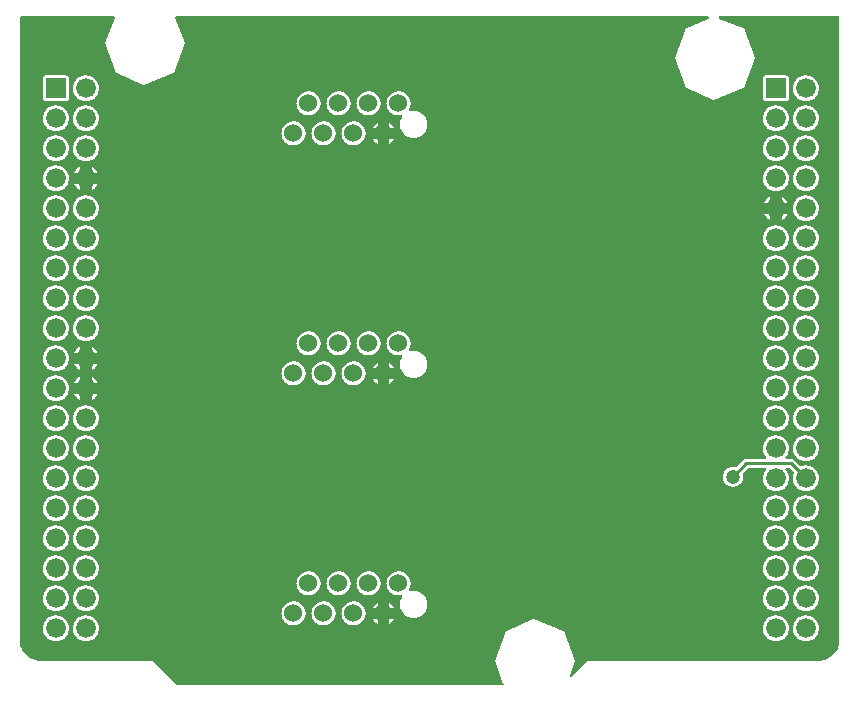
<source format=gbl>
G04 Layer: BottomLayer*
G04 EasyEDA v6.5.8, 2022-07-15 14:46:18*
G04 95380307c74c46c498c4c83f9ab85002,ba36109c29484f4592bc09a740c48d70,10*
G04 Gerber Generator version 0.2*
G04 Scale: 100 percent, Rotated: No, Reflected: No *
G04 Dimensions in millimeters *
G04 leading zeros omitted , absolute positions ,4 integer and 5 decimal *
%FSLAX45Y45*%
%MOMM*%

%ADD10C,0.2540*%
%ADD11C,1.5240*%
%ADD12C,1.6764*%
%ADD13R,1.6764X1.6764*%
%ADD14C,1.2000*%
%ADD15C,0.0162*%

%LPD*%
G36*
X1350416Y-5689600D02*
G01*
X1346504Y-5688838D01*
X1343202Y-5686602D01*
X1143711Y-5487111D01*
X1141984Y-5486400D01*
X179425Y-5486400D01*
X176225Y-5485892D01*
X103885Y-5461762D01*
X99923Y-5459323D01*
X51968Y-5411368D01*
X50038Y-5408726D01*
X26466Y-5361533D01*
X25400Y-5357012D01*
X25400Y-35560D01*
X26162Y-31648D01*
X28397Y-28397D01*
X31648Y-26162D01*
X35560Y-25400D01*
X813053Y-25400D01*
X816914Y-26162D01*
X820166Y-28346D01*
X822401Y-31597D01*
X823214Y-35458D01*
X822452Y-39319D01*
X736955Y-253136D01*
X736955Y-254914D01*
X837844Y-507085D01*
X839114Y-508406D01*
X1065885Y-609193D01*
X1067765Y-609193D01*
X1319885Y-508355D01*
X1321206Y-507034D01*
X1422044Y-254863D01*
X1422044Y-253085D01*
X1336548Y-39319D01*
X1335786Y-35458D01*
X1336598Y-31597D01*
X1338834Y-28346D01*
X1342085Y-26162D01*
X1345946Y-25400D01*
X5844946Y-25400D01*
X5848756Y-26162D01*
X5852058Y-28346D01*
X5854242Y-31546D01*
X5855106Y-35407D01*
X5854395Y-39268D01*
X5852261Y-42570D01*
X5849061Y-44856D01*
X5665063Y-126593D01*
X5663844Y-127914D01*
X5562955Y-380136D01*
X5562955Y-381914D01*
X5663844Y-634085D01*
X5665114Y-635406D01*
X5891885Y-736193D01*
X5893765Y-736193D01*
X6145885Y-635355D01*
X6147206Y-634034D01*
X6248044Y-381863D01*
X6248044Y-380085D01*
X6147155Y-127914D01*
X6145834Y-126593D01*
X5941771Y-45008D01*
X5938469Y-42824D01*
X5936183Y-39522D01*
X5935421Y-35610D01*
X5936132Y-31699D01*
X5938367Y-28397D01*
X5941669Y-26162D01*
X5945581Y-25400D01*
X6949440Y-25400D01*
X6953351Y-26162D01*
X6956602Y-28397D01*
X6958838Y-31648D01*
X6959600Y-35560D01*
X6959600Y-5332679D01*
X6959295Y-5335270D01*
X6944969Y-5390083D01*
X6944106Y-5392267D01*
X6942734Y-5394248D01*
X6907174Y-5434533D01*
X6905091Y-5436362D01*
X6864146Y-5462828D01*
X6861860Y-5463946D01*
X6796074Y-5485892D01*
X6792874Y-5486400D01*
X4827016Y-5486400D01*
X4825288Y-5487111D01*
X4691684Y-5620715D01*
X4688382Y-5622950D01*
X4684522Y-5623712D01*
X4680661Y-5622950D01*
X4677359Y-5620766D01*
X4675124Y-5617514D01*
X4674311Y-5613654D01*
X4675073Y-5609793D01*
X4724044Y-5487263D01*
X4724044Y-5485485D01*
X4623155Y-5233314D01*
X4621834Y-5231993D01*
X4369714Y-5131155D01*
X4367834Y-5131206D01*
X4141063Y-5231993D01*
X4139844Y-5233314D01*
X4038955Y-5485536D01*
X4038955Y-5487314D01*
X4114292Y-5675680D01*
X4115054Y-5679541D01*
X4114241Y-5683402D01*
X4112006Y-5686653D01*
X4108754Y-5688838D01*
X4104894Y-5689600D01*
G37*

%LPC*%
G36*
X6421120Y-5316728D02*
G01*
X6435140Y-5315813D01*
X6448958Y-5313121D01*
X6462268Y-5308701D01*
X6474968Y-5302605D01*
X6486753Y-5294934D01*
X6497421Y-5285790D01*
X6506870Y-5275376D01*
X6514947Y-5263896D01*
X6521450Y-5251399D01*
X6526276Y-5238191D01*
X6529425Y-5224526D01*
X6530746Y-5210505D01*
X6530340Y-5196484D01*
X6528054Y-5182565D01*
X6524091Y-5169103D01*
X6518402Y-5156250D01*
X6511086Y-5144211D01*
X6502349Y-5133238D01*
X6492240Y-5123484D01*
X6480962Y-5115052D01*
X6468719Y-5108143D01*
X6455714Y-5102860D01*
X6442100Y-5099304D01*
X6428130Y-5097526D01*
X6414109Y-5097526D01*
X6400139Y-5099304D01*
X6386525Y-5102860D01*
X6373520Y-5108143D01*
X6361277Y-5115052D01*
X6350000Y-5123484D01*
X6339890Y-5133238D01*
X6331153Y-5144211D01*
X6323838Y-5156250D01*
X6318148Y-5169103D01*
X6314186Y-5182565D01*
X6311900Y-5196484D01*
X6311493Y-5210505D01*
X6312814Y-5224526D01*
X6315964Y-5238191D01*
X6320790Y-5251399D01*
X6327292Y-5263896D01*
X6335369Y-5275376D01*
X6344818Y-5285790D01*
X6355486Y-5294934D01*
X6367272Y-5302605D01*
X6379972Y-5308701D01*
X6393281Y-5313121D01*
X6407099Y-5315813D01*
G37*
G36*
X6675120Y-5316728D02*
G01*
X6689140Y-5315813D01*
X6702958Y-5313121D01*
X6716268Y-5308701D01*
X6728968Y-5302605D01*
X6740753Y-5294934D01*
X6751421Y-5285790D01*
X6760870Y-5275376D01*
X6768947Y-5263896D01*
X6775450Y-5251399D01*
X6780275Y-5238191D01*
X6783425Y-5224526D01*
X6784746Y-5210505D01*
X6784340Y-5196484D01*
X6782053Y-5182565D01*
X6778091Y-5169103D01*
X6772402Y-5156250D01*
X6765086Y-5144211D01*
X6756349Y-5133238D01*
X6746240Y-5123484D01*
X6734962Y-5115052D01*
X6722719Y-5108143D01*
X6709714Y-5102860D01*
X6696100Y-5099304D01*
X6682130Y-5097526D01*
X6668109Y-5097526D01*
X6654139Y-5099304D01*
X6640525Y-5102860D01*
X6627520Y-5108143D01*
X6615277Y-5115052D01*
X6604000Y-5123484D01*
X6593890Y-5133238D01*
X6585153Y-5144211D01*
X6577838Y-5156250D01*
X6572148Y-5169103D01*
X6568186Y-5182565D01*
X6565900Y-5196484D01*
X6565493Y-5210505D01*
X6566814Y-5224526D01*
X6569964Y-5238191D01*
X6574790Y-5251399D01*
X6581292Y-5263896D01*
X6589369Y-5275376D01*
X6598818Y-5285790D01*
X6609486Y-5294934D01*
X6621272Y-5302605D01*
X6633972Y-5308701D01*
X6647281Y-5313121D01*
X6661099Y-5315813D01*
G37*
G36*
X579120Y-5316728D02*
G01*
X593140Y-5315813D01*
X606958Y-5313121D01*
X620268Y-5308701D01*
X632968Y-5302605D01*
X644753Y-5294934D01*
X655421Y-5285790D01*
X664870Y-5275376D01*
X672947Y-5263896D01*
X679450Y-5251399D01*
X684276Y-5238191D01*
X687425Y-5224526D01*
X688746Y-5210505D01*
X688340Y-5196484D01*
X686054Y-5182565D01*
X682091Y-5169103D01*
X676402Y-5156250D01*
X669086Y-5144211D01*
X660349Y-5133238D01*
X650240Y-5123484D01*
X638962Y-5115052D01*
X626719Y-5108143D01*
X613714Y-5102860D01*
X600100Y-5099304D01*
X586130Y-5097526D01*
X572109Y-5097526D01*
X558139Y-5099304D01*
X544525Y-5102860D01*
X531520Y-5108143D01*
X519277Y-5115052D01*
X508000Y-5123484D01*
X497890Y-5133238D01*
X489153Y-5144211D01*
X481838Y-5156250D01*
X476148Y-5169103D01*
X472185Y-5182565D01*
X469900Y-5196484D01*
X469493Y-5210505D01*
X470814Y-5224526D01*
X473964Y-5238191D01*
X478790Y-5251399D01*
X485292Y-5263896D01*
X493369Y-5275376D01*
X502818Y-5285790D01*
X513486Y-5294934D01*
X525272Y-5302605D01*
X537972Y-5308701D01*
X551281Y-5313121D01*
X565099Y-5315813D01*
G37*
G36*
X325120Y-5316728D02*
G01*
X339140Y-5315813D01*
X352958Y-5313121D01*
X366268Y-5308701D01*
X378968Y-5302605D01*
X390753Y-5294934D01*
X401421Y-5285790D01*
X410870Y-5275376D01*
X418947Y-5263896D01*
X425450Y-5251399D01*
X430276Y-5238191D01*
X433425Y-5224526D01*
X434746Y-5210505D01*
X434340Y-5196484D01*
X432054Y-5182565D01*
X428091Y-5169103D01*
X422401Y-5156250D01*
X415086Y-5144211D01*
X406349Y-5133238D01*
X396240Y-5123484D01*
X384962Y-5115052D01*
X372719Y-5108143D01*
X359714Y-5102860D01*
X346100Y-5099304D01*
X332130Y-5097526D01*
X318109Y-5097526D01*
X304139Y-5099304D01*
X290525Y-5102860D01*
X277520Y-5108143D01*
X265277Y-5115052D01*
X254000Y-5123484D01*
X243890Y-5133238D01*
X235153Y-5144211D01*
X227838Y-5156250D01*
X222148Y-5169103D01*
X218186Y-5182565D01*
X215900Y-5196484D01*
X215493Y-5210505D01*
X216814Y-5224526D01*
X219964Y-5238191D01*
X224790Y-5251399D01*
X231292Y-5263896D01*
X239369Y-5275376D01*
X248818Y-5285790D01*
X259486Y-5294934D01*
X271272Y-5302605D01*
X283972Y-5308701D01*
X297281Y-5313121D01*
X311099Y-5315813D01*
G37*
G36*
X2848203Y-5182006D02*
G01*
X2861767Y-5180634D01*
X2875026Y-5177485D01*
X2887776Y-5172608D01*
X2899714Y-5166055D01*
X2910687Y-5157927D01*
X2920492Y-5148478D01*
X2928975Y-5137759D01*
X2935884Y-5126024D01*
X2941218Y-5113477D01*
X2944825Y-5100320D01*
X2946654Y-5086807D01*
X2946654Y-5073192D01*
X2944825Y-5059680D01*
X2941218Y-5046522D01*
X2935884Y-5033924D01*
X2928975Y-5022240D01*
X2920492Y-5011521D01*
X2910687Y-5002022D01*
X2899714Y-4993944D01*
X2887776Y-4987391D01*
X2875026Y-4982464D01*
X2861767Y-4979314D01*
X2848203Y-4977942D01*
X2834589Y-4978400D01*
X2821127Y-4980686D01*
X2808122Y-4984750D01*
X2795727Y-4990490D01*
X2784246Y-4997805D01*
X2773832Y-5006594D01*
X2764688Y-5016703D01*
X2756966Y-5027980D01*
X2750820Y-5040122D01*
X2746349Y-5053025D01*
X2743606Y-5066385D01*
X2742692Y-5080000D01*
X2743606Y-5093614D01*
X2746349Y-5106974D01*
X2750820Y-5119827D01*
X2756966Y-5132019D01*
X2764688Y-5143246D01*
X2773832Y-5153355D01*
X2784246Y-5162194D01*
X2795727Y-5169509D01*
X2808122Y-5175250D01*
X2821127Y-5179314D01*
X2834589Y-5181549D01*
G37*
G36*
X2594203Y-5182006D02*
G01*
X2607767Y-5180634D01*
X2621026Y-5177485D01*
X2633776Y-5172608D01*
X2645714Y-5166055D01*
X2656687Y-5157927D01*
X2666492Y-5148478D01*
X2674975Y-5137759D01*
X2681884Y-5126024D01*
X2687218Y-5113477D01*
X2690825Y-5100320D01*
X2692654Y-5086807D01*
X2692654Y-5073192D01*
X2690825Y-5059680D01*
X2687218Y-5046522D01*
X2681884Y-5033924D01*
X2674975Y-5022240D01*
X2666492Y-5011521D01*
X2656687Y-5002022D01*
X2645714Y-4993944D01*
X2633776Y-4987391D01*
X2621026Y-4982464D01*
X2607767Y-4979314D01*
X2594203Y-4977942D01*
X2580589Y-4978400D01*
X2567127Y-4980686D01*
X2554122Y-4984750D01*
X2541727Y-4990490D01*
X2530246Y-4997805D01*
X2519832Y-5006594D01*
X2510688Y-5016703D01*
X2502966Y-5027980D01*
X2496820Y-5040122D01*
X2492349Y-5053025D01*
X2489606Y-5066385D01*
X2488692Y-5080000D01*
X2489606Y-5093614D01*
X2492349Y-5106974D01*
X2496820Y-5119827D01*
X2502966Y-5132019D01*
X2510688Y-5143246D01*
X2519832Y-5153355D01*
X2530246Y-5162194D01*
X2541727Y-5169509D01*
X2554122Y-5175250D01*
X2567127Y-5179314D01*
X2580589Y-5181549D01*
G37*
G36*
X2340203Y-5182006D02*
G01*
X2353767Y-5180634D01*
X2367026Y-5177485D01*
X2379776Y-5172608D01*
X2391714Y-5166055D01*
X2402687Y-5157927D01*
X2412492Y-5148478D01*
X2420975Y-5137759D01*
X2427884Y-5126024D01*
X2433218Y-5113477D01*
X2436825Y-5100320D01*
X2438654Y-5086807D01*
X2438654Y-5073192D01*
X2436825Y-5059680D01*
X2433218Y-5046522D01*
X2427884Y-5033924D01*
X2420975Y-5022240D01*
X2412492Y-5011521D01*
X2402687Y-5002022D01*
X2391714Y-4993944D01*
X2379776Y-4987391D01*
X2367026Y-4982464D01*
X2353767Y-4979314D01*
X2340203Y-4977942D01*
X2326589Y-4978400D01*
X2313127Y-4980686D01*
X2300122Y-4984750D01*
X2287727Y-4990490D01*
X2276246Y-4997805D01*
X2265832Y-5006594D01*
X2256688Y-5016703D01*
X2248966Y-5027980D01*
X2242820Y-5040122D01*
X2238349Y-5053025D01*
X2235606Y-5066385D01*
X2234692Y-5080000D01*
X2235606Y-5093614D01*
X2238349Y-5106974D01*
X2242820Y-5119827D01*
X2248966Y-5132019D01*
X2256688Y-5143246D01*
X2265832Y-5153355D01*
X2276246Y-5162194D01*
X2287727Y-5169509D01*
X2300122Y-5175250D01*
X2313127Y-5179314D01*
X2326589Y-5181549D01*
G37*
G36*
X3143250Y-5171795D02*
G01*
X3153714Y-5166055D01*
X3164687Y-5157927D01*
X3174492Y-5148478D01*
X3182975Y-5137759D01*
X3189884Y-5126024D01*
X3190595Y-5124450D01*
X3143250Y-5124450D01*
G37*
G36*
X3054350Y-5171643D02*
G01*
X3054350Y-5124450D01*
X3007106Y-5124450D01*
X3010966Y-5132019D01*
X3018688Y-5143246D01*
X3027832Y-5153355D01*
X3038246Y-5162194D01*
X3049727Y-5169509D01*
G37*
G36*
X3346958Y-5120640D02*
G01*
X3361486Y-5120640D01*
X3375914Y-5118811D01*
X3390036Y-5115204D01*
X3403549Y-5109819D01*
X3416300Y-5102809D01*
X3428085Y-5094274D01*
X3438702Y-5084318D01*
X3447948Y-5073091D01*
X3455771Y-5060797D01*
X3461969Y-5047640D01*
X3466439Y-5033822D01*
X3469182Y-5019497D01*
X3470097Y-5004968D01*
X3469182Y-4990439D01*
X3466439Y-4976164D01*
X3461969Y-4962347D01*
X3455771Y-4949139D01*
X3447948Y-4936845D01*
X3438702Y-4925669D01*
X3428085Y-4915712D01*
X3416300Y-4907127D01*
X3403549Y-4900117D01*
X3390036Y-4894783D01*
X3375914Y-4891125D01*
X3361486Y-4889347D01*
X3346958Y-4889347D01*
X3332479Y-4891125D01*
X3324555Y-4893208D01*
X3320592Y-4893411D01*
X3316833Y-4892090D01*
X3313887Y-4889449D01*
X3312160Y-4885893D01*
X3311956Y-4881930D01*
X3313277Y-4878171D01*
X3316884Y-4872024D01*
X3322218Y-4859477D01*
X3325825Y-4846320D01*
X3327654Y-4832807D01*
X3327654Y-4819192D01*
X3325825Y-4805680D01*
X3322218Y-4792522D01*
X3316884Y-4779924D01*
X3309975Y-4768240D01*
X3301492Y-4757521D01*
X3291687Y-4748022D01*
X3280714Y-4739944D01*
X3268776Y-4733391D01*
X3256026Y-4728464D01*
X3242767Y-4725314D01*
X3229203Y-4723942D01*
X3215589Y-4724400D01*
X3202127Y-4726686D01*
X3189122Y-4730750D01*
X3176727Y-4736490D01*
X3165246Y-4743805D01*
X3154832Y-4752594D01*
X3145688Y-4762703D01*
X3137966Y-4773980D01*
X3131820Y-4786122D01*
X3127349Y-4799025D01*
X3124606Y-4812385D01*
X3123692Y-4826000D01*
X3124606Y-4839614D01*
X3127349Y-4852974D01*
X3131820Y-4865827D01*
X3137966Y-4878019D01*
X3145688Y-4889246D01*
X3154832Y-4899355D01*
X3165246Y-4908194D01*
X3176727Y-4915509D01*
X3189122Y-4921250D01*
X3202127Y-4925314D01*
X3215589Y-4927549D01*
X3229203Y-4928006D01*
X3242767Y-4926634D01*
X3246882Y-4925669D01*
X3250895Y-4925517D01*
X3254603Y-4926939D01*
X3257550Y-4929632D01*
X3259175Y-4933289D01*
X3259277Y-4937252D01*
X3257854Y-4941011D01*
X3252673Y-4949139D01*
X3246475Y-4962347D01*
X3241954Y-4976164D01*
X3239262Y-4990439D01*
X3238347Y-5004968D01*
X3239262Y-5019497D01*
X3241954Y-5033822D01*
X3246475Y-5047640D01*
X3252673Y-5060797D01*
X3260445Y-5073091D01*
X3269742Y-5084318D01*
X3280359Y-5094274D01*
X3292094Y-5102809D01*
X3304895Y-5109819D01*
X3318408Y-5115204D01*
X3332479Y-5118811D01*
G37*
G36*
X6421120Y-5062728D02*
G01*
X6435140Y-5061813D01*
X6448958Y-5059121D01*
X6462268Y-5054701D01*
X6474968Y-5048605D01*
X6486753Y-5040934D01*
X6497421Y-5031790D01*
X6506870Y-5021376D01*
X6514947Y-5009896D01*
X6521450Y-4997399D01*
X6526276Y-4984191D01*
X6529425Y-4970526D01*
X6530746Y-4956505D01*
X6530340Y-4942484D01*
X6528054Y-4928565D01*
X6524091Y-4915103D01*
X6518402Y-4902250D01*
X6511086Y-4890211D01*
X6502349Y-4879238D01*
X6492240Y-4869484D01*
X6480962Y-4861052D01*
X6468719Y-4854143D01*
X6455714Y-4848860D01*
X6442100Y-4845304D01*
X6428130Y-4843526D01*
X6414109Y-4843526D01*
X6400139Y-4845304D01*
X6386525Y-4848860D01*
X6373520Y-4854143D01*
X6361277Y-4861052D01*
X6350000Y-4869484D01*
X6339890Y-4879238D01*
X6331153Y-4890211D01*
X6323838Y-4902250D01*
X6318148Y-4915103D01*
X6314186Y-4928565D01*
X6311900Y-4942484D01*
X6311493Y-4956505D01*
X6312814Y-4970526D01*
X6315964Y-4984191D01*
X6320790Y-4997399D01*
X6327292Y-5009896D01*
X6335369Y-5021376D01*
X6344818Y-5031790D01*
X6355486Y-5040934D01*
X6367272Y-5048605D01*
X6379972Y-5054701D01*
X6393281Y-5059121D01*
X6407099Y-5061813D01*
G37*
G36*
X6675120Y-5062728D02*
G01*
X6689140Y-5061813D01*
X6702958Y-5059121D01*
X6716268Y-5054701D01*
X6728968Y-5048605D01*
X6740753Y-5040934D01*
X6751421Y-5031790D01*
X6760870Y-5021376D01*
X6768947Y-5009896D01*
X6775450Y-4997399D01*
X6780275Y-4984191D01*
X6783425Y-4970526D01*
X6784746Y-4956505D01*
X6784340Y-4942484D01*
X6782053Y-4928565D01*
X6778091Y-4915103D01*
X6772402Y-4902250D01*
X6765086Y-4890211D01*
X6756349Y-4879238D01*
X6746240Y-4869484D01*
X6734962Y-4861052D01*
X6722719Y-4854143D01*
X6709714Y-4848860D01*
X6696100Y-4845304D01*
X6682130Y-4843526D01*
X6668109Y-4843526D01*
X6654139Y-4845304D01*
X6640525Y-4848860D01*
X6627520Y-4854143D01*
X6615277Y-4861052D01*
X6604000Y-4869484D01*
X6593890Y-4879238D01*
X6585153Y-4890211D01*
X6577838Y-4902250D01*
X6572148Y-4915103D01*
X6568186Y-4928565D01*
X6565900Y-4942484D01*
X6565493Y-4956505D01*
X6566814Y-4970526D01*
X6569964Y-4984191D01*
X6574790Y-4997399D01*
X6581292Y-5009896D01*
X6589369Y-5021376D01*
X6598818Y-5031790D01*
X6609486Y-5040934D01*
X6621272Y-5048605D01*
X6633972Y-5054701D01*
X6647281Y-5059121D01*
X6661099Y-5061813D01*
G37*
G36*
X325120Y-5062728D02*
G01*
X339140Y-5061813D01*
X352958Y-5059121D01*
X366268Y-5054701D01*
X378968Y-5048605D01*
X390753Y-5040934D01*
X401421Y-5031790D01*
X410870Y-5021376D01*
X418947Y-5009896D01*
X425450Y-4997399D01*
X430276Y-4984191D01*
X433425Y-4970526D01*
X434746Y-4956505D01*
X434340Y-4942484D01*
X432054Y-4928565D01*
X428091Y-4915103D01*
X422401Y-4902250D01*
X415086Y-4890211D01*
X406349Y-4879238D01*
X396240Y-4869484D01*
X384962Y-4861052D01*
X372719Y-4854143D01*
X359714Y-4848860D01*
X346100Y-4845304D01*
X332130Y-4843526D01*
X318109Y-4843526D01*
X304139Y-4845304D01*
X290525Y-4848860D01*
X277520Y-4854143D01*
X265277Y-4861052D01*
X254000Y-4869484D01*
X243890Y-4879238D01*
X235153Y-4890211D01*
X227838Y-4902250D01*
X222148Y-4915103D01*
X218186Y-4928565D01*
X215900Y-4942484D01*
X215493Y-4956505D01*
X216814Y-4970526D01*
X219964Y-4984191D01*
X224790Y-4997399D01*
X231292Y-5009896D01*
X239369Y-5021376D01*
X248818Y-5031790D01*
X259486Y-5040934D01*
X271272Y-5048605D01*
X283972Y-5054701D01*
X297281Y-5059121D01*
X311099Y-5061813D01*
G37*
G36*
X579120Y-5062728D02*
G01*
X593140Y-5061813D01*
X606958Y-5059121D01*
X620268Y-5054701D01*
X632968Y-5048605D01*
X644753Y-5040934D01*
X655421Y-5031790D01*
X664870Y-5021376D01*
X672947Y-5009896D01*
X679450Y-4997399D01*
X684276Y-4984191D01*
X687425Y-4970526D01*
X688746Y-4956505D01*
X688340Y-4942484D01*
X686054Y-4928565D01*
X682091Y-4915103D01*
X676402Y-4902250D01*
X669086Y-4890211D01*
X660349Y-4879238D01*
X650240Y-4869484D01*
X638962Y-4861052D01*
X626719Y-4854143D01*
X613714Y-4848860D01*
X600100Y-4845304D01*
X586130Y-4843526D01*
X572109Y-4843526D01*
X558139Y-4845304D01*
X544525Y-4848860D01*
X531520Y-4854143D01*
X519277Y-4861052D01*
X508000Y-4869484D01*
X497890Y-4879238D01*
X489153Y-4890211D01*
X481838Y-4902250D01*
X476148Y-4915103D01*
X472185Y-4928565D01*
X469900Y-4942484D01*
X469493Y-4956505D01*
X470814Y-4970526D01*
X473964Y-4984191D01*
X478790Y-4997399D01*
X485292Y-5009896D01*
X493369Y-5021376D01*
X502818Y-5031790D01*
X513486Y-5040934D01*
X525272Y-5048605D01*
X537972Y-5054701D01*
X551281Y-5059121D01*
X565099Y-5061813D01*
G37*
G36*
X3007106Y-5035550D02*
G01*
X3054350Y-5035550D01*
X3054350Y-4988306D01*
X3049727Y-4990490D01*
X3038246Y-4997805D01*
X3027832Y-5006594D01*
X3018688Y-5016703D01*
X3010966Y-5027980D01*
G37*
G36*
X3143250Y-5035550D02*
G01*
X3190595Y-5035550D01*
X3189884Y-5033924D01*
X3182975Y-5022240D01*
X3174492Y-5011521D01*
X3164687Y-5002022D01*
X3153714Y-4993944D01*
X3143250Y-4988204D01*
G37*
G36*
X2975203Y-4928006D02*
G01*
X2988767Y-4926634D01*
X3002026Y-4923485D01*
X3014776Y-4918608D01*
X3026714Y-4912055D01*
X3037687Y-4903927D01*
X3047492Y-4894478D01*
X3055975Y-4883759D01*
X3062884Y-4872024D01*
X3068218Y-4859477D01*
X3071825Y-4846320D01*
X3073654Y-4832807D01*
X3073654Y-4819192D01*
X3071825Y-4805680D01*
X3068218Y-4792522D01*
X3062884Y-4779924D01*
X3055975Y-4768240D01*
X3047492Y-4757521D01*
X3037687Y-4748022D01*
X3026714Y-4739944D01*
X3014776Y-4733391D01*
X3002026Y-4728464D01*
X2988767Y-4725314D01*
X2975203Y-4723942D01*
X2961589Y-4724400D01*
X2948127Y-4726686D01*
X2935122Y-4730750D01*
X2922727Y-4736490D01*
X2911246Y-4743805D01*
X2900832Y-4752594D01*
X2891688Y-4762703D01*
X2883966Y-4773980D01*
X2877820Y-4786122D01*
X2873349Y-4799025D01*
X2870606Y-4812385D01*
X2869692Y-4826000D01*
X2870606Y-4839614D01*
X2873349Y-4852974D01*
X2877820Y-4865827D01*
X2883966Y-4878019D01*
X2891688Y-4889246D01*
X2900832Y-4899355D01*
X2911246Y-4908194D01*
X2922727Y-4915509D01*
X2935122Y-4921250D01*
X2948127Y-4925314D01*
X2961589Y-4927549D01*
G37*
G36*
X2467203Y-4928006D02*
G01*
X2480767Y-4926634D01*
X2494026Y-4923485D01*
X2506776Y-4918608D01*
X2518714Y-4912055D01*
X2529687Y-4903927D01*
X2539492Y-4894478D01*
X2547975Y-4883759D01*
X2554884Y-4872024D01*
X2560218Y-4859477D01*
X2563825Y-4846320D01*
X2565654Y-4832807D01*
X2565654Y-4819192D01*
X2563825Y-4805680D01*
X2560218Y-4792522D01*
X2554884Y-4779924D01*
X2547975Y-4768240D01*
X2539492Y-4757521D01*
X2529687Y-4748022D01*
X2518714Y-4739944D01*
X2506776Y-4733391D01*
X2494026Y-4728464D01*
X2480767Y-4725314D01*
X2467203Y-4723942D01*
X2453589Y-4724400D01*
X2440127Y-4726686D01*
X2427122Y-4730750D01*
X2414727Y-4736490D01*
X2403246Y-4743805D01*
X2392832Y-4752594D01*
X2383688Y-4762703D01*
X2375966Y-4773980D01*
X2369820Y-4786122D01*
X2365349Y-4799025D01*
X2362606Y-4812385D01*
X2361692Y-4826000D01*
X2362606Y-4839614D01*
X2365349Y-4852974D01*
X2369820Y-4865827D01*
X2375966Y-4878019D01*
X2383688Y-4889246D01*
X2392832Y-4899355D01*
X2403246Y-4908194D01*
X2414727Y-4915509D01*
X2427122Y-4921250D01*
X2440127Y-4925314D01*
X2453589Y-4927549D01*
G37*
G36*
X2721203Y-4928006D02*
G01*
X2734767Y-4926634D01*
X2748026Y-4923485D01*
X2760776Y-4918608D01*
X2772714Y-4912055D01*
X2783687Y-4903927D01*
X2793492Y-4894478D01*
X2801975Y-4883759D01*
X2808884Y-4872024D01*
X2814218Y-4859477D01*
X2817825Y-4846320D01*
X2819654Y-4832807D01*
X2819654Y-4819192D01*
X2817825Y-4805680D01*
X2814218Y-4792522D01*
X2808884Y-4779924D01*
X2801975Y-4768240D01*
X2793492Y-4757521D01*
X2783687Y-4748022D01*
X2772714Y-4739944D01*
X2760776Y-4733391D01*
X2748026Y-4728464D01*
X2734767Y-4725314D01*
X2721203Y-4723942D01*
X2707589Y-4724400D01*
X2694127Y-4726686D01*
X2681122Y-4730750D01*
X2668727Y-4736490D01*
X2657246Y-4743805D01*
X2646832Y-4752594D01*
X2637688Y-4762703D01*
X2629966Y-4773980D01*
X2623820Y-4786122D01*
X2619349Y-4799025D01*
X2616606Y-4812385D01*
X2615692Y-4826000D01*
X2616606Y-4839614D01*
X2619349Y-4852974D01*
X2623820Y-4865827D01*
X2629966Y-4878019D01*
X2637688Y-4889246D01*
X2646832Y-4899355D01*
X2657246Y-4908194D01*
X2668727Y-4915509D01*
X2681122Y-4921250D01*
X2694127Y-4925314D01*
X2707589Y-4927549D01*
G37*
G36*
X6421120Y-4808728D02*
G01*
X6435140Y-4807813D01*
X6448958Y-4805121D01*
X6462268Y-4800701D01*
X6474968Y-4794605D01*
X6486753Y-4786934D01*
X6497421Y-4777790D01*
X6506870Y-4767376D01*
X6514947Y-4755896D01*
X6521450Y-4743399D01*
X6526276Y-4730191D01*
X6529425Y-4716526D01*
X6530746Y-4702505D01*
X6530340Y-4688484D01*
X6528054Y-4674565D01*
X6524091Y-4661103D01*
X6518402Y-4648250D01*
X6511086Y-4636211D01*
X6502349Y-4625238D01*
X6492240Y-4615484D01*
X6480962Y-4607052D01*
X6468719Y-4600143D01*
X6455714Y-4594860D01*
X6442100Y-4591304D01*
X6428130Y-4589526D01*
X6414109Y-4589526D01*
X6400139Y-4591304D01*
X6386525Y-4594860D01*
X6373520Y-4600143D01*
X6361277Y-4607052D01*
X6350000Y-4615484D01*
X6339890Y-4625238D01*
X6331153Y-4636211D01*
X6323838Y-4648250D01*
X6318148Y-4661103D01*
X6314186Y-4674565D01*
X6311900Y-4688484D01*
X6311493Y-4702505D01*
X6312814Y-4716526D01*
X6315964Y-4730191D01*
X6320790Y-4743399D01*
X6327292Y-4755896D01*
X6335369Y-4767376D01*
X6344818Y-4777790D01*
X6355486Y-4786934D01*
X6367272Y-4794605D01*
X6379972Y-4800701D01*
X6393281Y-4805121D01*
X6407099Y-4807813D01*
G37*
G36*
X6675120Y-4808728D02*
G01*
X6689140Y-4807813D01*
X6702958Y-4805121D01*
X6716268Y-4800701D01*
X6728968Y-4794605D01*
X6740753Y-4786934D01*
X6751421Y-4777790D01*
X6760870Y-4767376D01*
X6768947Y-4755896D01*
X6775450Y-4743399D01*
X6780275Y-4730191D01*
X6783425Y-4716526D01*
X6784746Y-4702505D01*
X6784340Y-4688484D01*
X6782053Y-4674565D01*
X6778091Y-4661103D01*
X6772402Y-4648250D01*
X6765086Y-4636211D01*
X6756349Y-4625238D01*
X6746240Y-4615484D01*
X6734962Y-4607052D01*
X6722719Y-4600143D01*
X6709714Y-4594860D01*
X6696100Y-4591304D01*
X6682130Y-4589526D01*
X6668109Y-4589526D01*
X6654139Y-4591304D01*
X6640525Y-4594860D01*
X6627520Y-4600143D01*
X6615277Y-4607052D01*
X6604000Y-4615484D01*
X6593890Y-4625238D01*
X6585153Y-4636211D01*
X6577838Y-4648250D01*
X6572148Y-4661103D01*
X6568186Y-4674565D01*
X6565900Y-4688484D01*
X6565493Y-4702505D01*
X6566814Y-4716526D01*
X6569964Y-4730191D01*
X6574790Y-4743399D01*
X6581292Y-4755896D01*
X6589369Y-4767376D01*
X6598818Y-4777790D01*
X6609486Y-4786934D01*
X6621272Y-4794605D01*
X6633972Y-4800701D01*
X6647281Y-4805121D01*
X6661099Y-4807813D01*
G37*
G36*
X325120Y-4808728D02*
G01*
X339140Y-4807813D01*
X352958Y-4805121D01*
X366268Y-4800701D01*
X378968Y-4794605D01*
X390753Y-4786934D01*
X401421Y-4777790D01*
X410870Y-4767376D01*
X418947Y-4755896D01*
X425450Y-4743399D01*
X430276Y-4730191D01*
X433425Y-4716526D01*
X434746Y-4702505D01*
X434340Y-4688484D01*
X432054Y-4674565D01*
X428091Y-4661103D01*
X422401Y-4648250D01*
X415086Y-4636211D01*
X406349Y-4625238D01*
X396240Y-4615484D01*
X384962Y-4607052D01*
X372719Y-4600143D01*
X359714Y-4594860D01*
X346100Y-4591304D01*
X332130Y-4589526D01*
X318109Y-4589526D01*
X304139Y-4591304D01*
X290525Y-4594860D01*
X277520Y-4600143D01*
X265277Y-4607052D01*
X254000Y-4615484D01*
X243890Y-4625238D01*
X235153Y-4636211D01*
X227838Y-4648250D01*
X222148Y-4661103D01*
X218186Y-4674565D01*
X215900Y-4688484D01*
X215493Y-4702505D01*
X216814Y-4716526D01*
X219964Y-4730191D01*
X224790Y-4743399D01*
X231292Y-4755896D01*
X239369Y-4767376D01*
X248818Y-4777790D01*
X259486Y-4786934D01*
X271272Y-4794605D01*
X283972Y-4800701D01*
X297281Y-4805121D01*
X311099Y-4807813D01*
G37*
G36*
X579120Y-4808728D02*
G01*
X593140Y-4807813D01*
X606958Y-4805121D01*
X620268Y-4800701D01*
X632968Y-4794605D01*
X644753Y-4786934D01*
X655421Y-4777790D01*
X664870Y-4767376D01*
X672947Y-4755896D01*
X679450Y-4743399D01*
X684276Y-4730191D01*
X687425Y-4716526D01*
X688746Y-4702505D01*
X688340Y-4688484D01*
X686054Y-4674565D01*
X682091Y-4661103D01*
X676402Y-4648250D01*
X669086Y-4636211D01*
X660349Y-4625238D01*
X650240Y-4615484D01*
X638962Y-4607052D01*
X626719Y-4600143D01*
X613714Y-4594860D01*
X600100Y-4591304D01*
X586130Y-4589526D01*
X572109Y-4589526D01*
X558139Y-4591304D01*
X544525Y-4594860D01*
X531520Y-4600143D01*
X519277Y-4607052D01*
X508000Y-4615484D01*
X497890Y-4625238D01*
X489153Y-4636211D01*
X481838Y-4648250D01*
X476148Y-4661103D01*
X472185Y-4674565D01*
X469900Y-4688484D01*
X469493Y-4702505D01*
X470814Y-4716526D01*
X473964Y-4730191D01*
X478790Y-4743399D01*
X485292Y-4755896D01*
X493369Y-4767376D01*
X502818Y-4777790D01*
X513486Y-4786934D01*
X525272Y-4794605D01*
X537972Y-4800701D01*
X551281Y-4805121D01*
X565099Y-4807813D01*
G37*
G36*
X6421120Y-4554728D02*
G01*
X6435140Y-4553813D01*
X6448958Y-4551121D01*
X6462268Y-4546701D01*
X6474968Y-4540605D01*
X6486753Y-4532934D01*
X6497421Y-4523790D01*
X6506870Y-4513376D01*
X6514947Y-4501896D01*
X6521450Y-4489399D01*
X6526276Y-4476191D01*
X6529425Y-4462526D01*
X6530746Y-4448505D01*
X6530340Y-4434484D01*
X6528054Y-4420565D01*
X6524091Y-4407103D01*
X6518402Y-4394250D01*
X6511086Y-4382211D01*
X6502349Y-4371238D01*
X6492240Y-4361484D01*
X6480962Y-4353052D01*
X6468719Y-4346143D01*
X6455714Y-4340860D01*
X6442100Y-4337304D01*
X6428130Y-4335526D01*
X6414109Y-4335526D01*
X6400139Y-4337304D01*
X6386525Y-4340860D01*
X6373520Y-4346143D01*
X6361277Y-4353052D01*
X6350000Y-4361484D01*
X6339890Y-4371238D01*
X6331153Y-4382211D01*
X6323838Y-4394250D01*
X6318148Y-4407103D01*
X6314186Y-4420565D01*
X6311900Y-4434484D01*
X6311493Y-4448505D01*
X6312814Y-4462526D01*
X6315964Y-4476191D01*
X6320790Y-4489399D01*
X6327292Y-4501896D01*
X6335369Y-4513376D01*
X6344818Y-4523790D01*
X6355486Y-4532934D01*
X6367272Y-4540605D01*
X6379972Y-4546701D01*
X6393281Y-4551121D01*
X6407099Y-4553813D01*
G37*
G36*
X6675120Y-4554728D02*
G01*
X6689140Y-4553813D01*
X6702958Y-4551121D01*
X6716268Y-4546701D01*
X6728968Y-4540605D01*
X6740753Y-4532934D01*
X6751421Y-4523790D01*
X6760870Y-4513376D01*
X6768947Y-4501896D01*
X6775450Y-4489399D01*
X6780275Y-4476191D01*
X6783425Y-4462526D01*
X6784746Y-4448505D01*
X6784340Y-4434484D01*
X6782053Y-4420565D01*
X6778091Y-4407103D01*
X6772402Y-4394250D01*
X6765086Y-4382211D01*
X6756349Y-4371238D01*
X6746240Y-4361484D01*
X6734962Y-4353052D01*
X6722719Y-4346143D01*
X6709714Y-4340860D01*
X6696100Y-4337304D01*
X6682130Y-4335526D01*
X6668109Y-4335526D01*
X6654139Y-4337304D01*
X6640525Y-4340860D01*
X6627520Y-4346143D01*
X6615277Y-4353052D01*
X6604000Y-4361484D01*
X6593890Y-4371238D01*
X6585153Y-4382211D01*
X6577838Y-4394250D01*
X6572148Y-4407103D01*
X6568186Y-4420565D01*
X6565900Y-4434484D01*
X6565493Y-4448505D01*
X6566814Y-4462526D01*
X6569964Y-4476191D01*
X6574790Y-4489399D01*
X6581292Y-4501896D01*
X6589369Y-4513376D01*
X6598818Y-4523790D01*
X6609486Y-4532934D01*
X6621272Y-4540605D01*
X6633972Y-4546701D01*
X6647281Y-4551121D01*
X6661099Y-4553813D01*
G37*
G36*
X325120Y-4554728D02*
G01*
X339140Y-4553813D01*
X352958Y-4551121D01*
X366268Y-4546701D01*
X378968Y-4540605D01*
X390753Y-4532934D01*
X401421Y-4523790D01*
X410870Y-4513376D01*
X418947Y-4501896D01*
X425450Y-4489399D01*
X430276Y-4476191D01*
X433425Y-4462526D01*
X434746Y-4448505D01*
X434340Y-4434484D01*
X432054Y-4420565D01*
X428091Y-4407103D01*
X422401Y-4394250D01*
X415086Y-4382211D01*
X406349Y-4371238D01*
X396240Y-4361484D01*
X384962Y-4353052D01*
X372719Y-4346143D01*
X359714Y-4340860D01*
X346100Y-4337304D01*
X332130Y-4335526D01*
X318109Y-4335526D01*
X304139Y-4337304D01*
X290525Y-4340860D01*
X277520Y-4346143D01*
X265277Y-4353052D01*
X254000Y-4361484D01*
X243890Y-4371238D01*
X235153Y-4382211D01*
X227838Y-4394250D01*
X222148Y-4407103D01*
X218186Y-4420565D01*
X215900Y-4434484D01*
X215493Y-4448505D01*
X216814Y-4462526D01*
X219964Y-4476191D01*
X224790Y-4489399D01*
X231292Y-4501896D01*
X239369Y-4513376D01*
X248818Y-4523790D01*
X259486Y-4532934D01*
X271272Y-4540605D01*
X283972Y-4546701D01*
X297281Y-4551121D01*
X311099Y-4553813D01*
G37*
G36*
X579120Y-4554728D02*
G01*
X593140Y-4553813D01*
X606958Y-4551121D01*
X620268Y-4546701D01*
X632968Y-4540605D01*
X644753Y-4532934D01*
X655421Y-4523790D01*
X664870Y-4513376D01*
X672947Y-4501896D01*
X679450Y-4489399D01*
X684276Y-4476191D01*
X687425Y-4462526D01*
X688746Y-4448505D01*
X688340Y-4434484D01*
X686054Y-4420565D01*
X682091Y-4407103D01*
X676402Y-4394250D01*
X669086Y-4382211D01*
X660349Y-4371238D01*
X650240Y-4361484D01*
X638962Y-4353052D01*
X626719Y-4346143D01*
X613714Y-4340860D01*
X600100Y-4337304D01*
X586130Y-4335526D01*
X572109Y-4335526D01*
X558139Y-4337304D01*
X544525Y-4340860D01*
X531520Y-4346143D01*
X519277Y-4353052D01*
X508000Y-4361484D01*
X497890Y-4371238D01*
X489153Y-4382211D01*
X481838Y-4394250D01*
X476148Y-4407103D01*
X472185Y-4420565D01*
X469900Y-4434484D01*
X469493Y-4448505D01*
X470814Y-4462526D01*
X473964Y-4476191D01*
X478790Y-4489399D01*
X485292Y-4501896D01*
X493369Y-4513376D01*
X502818Y-4523790D01*
X513486Y-4532934D01*
X525272Y-4540605D01*
X537972Y-4546701D01*
X551281Y-4551121D01*
X565099Y-4553813D01*
G37*
G36*
X6675120Y-4300728D02*
G01*
X6689140Y-4299813D01*
X6702958Y-4297121D01*
X6716268Y-4292701D01*
X6728968Y-4286605D01*
X6740753Y-4278934D01*
X6751421Y-4269790D01*
X6760870Y-4259376D01*
X6768947Y-4247896D01*
X6775450Y-4235399D01*
X6780275Y-4222191D01*
X6783425Y-4208526D01*
X6784746Y-4194505D01*
X6784340Y-4180484D01*
X6782053Y-4166565D01*
X6778091Y-4153103D01*
X6772402Y-4140250D01*
X6765086Y-4128211D01*
X6756349Y-4117238D01*
X6746240Y-4107484D01*
X6734962Y-4099051D01*
X6722719Y-4092143D01*
X6709714Y-4086860D01*
X6696100Y-4083304D01*
X6682130Y-4081526D01*
X6668109Y-4081526D01*
X6654139Y-4083304D01*
X6640525Y-4086860D01*
X6627520Y-4092143D01*
X6615277Y-4099051D01*
X6604000Y-4107484D01*
X6593890Y-4117238D01*
X6585153Y-4128211D01*
X6577838Y-4140250D01*
X6572148Y-4153103D01*
X6568186Y-4166565D01*
X6565900Y-4180484D01*
X6565493Y-4194505D01*
X6566814Y-4208526D01*
X6569964Y-4222191D01*
X6574790Y-4235399D01*
X6581292Y-4247896D01*
X6589369Y-4259376D01*
X6598818Y-4269790D01*
X6609486Y-4278934D01*
X6621272Y-4286605D01*
X6633972Y-4292701D01*
X6647281Y-4297121D01*
X6661099Y-4299813D01*
G37*
G36*
X6421120Y-4300728D02*
G01*
X6435140Y-4299813D01*
X6448958Y-4297121D01*
X6462268Y-4292701D01*
X6474968Y-4286605D01*
X6486753Y-4278934D01*
X6497421Y-4269790D01*
X6506870Y-4259376D01*
X6514947Y-4247896D01*
X6521450Y-4235399D01*
X6526276Y-4222191D01*
X6529425Y-4208526D01*
X6530746Y-4194505D01*
X6530340Y-4180484D01*
X6528054Y-4166565D01*
X6524091Y-4153103D01*
X6518402Y-4140250D01*
X6511086Y-4128211D01*
X6502349Y-4117238D01*
X6492240Y-4107484D01*
X6480962Y-4099051D01*
X6468719Y-4092143D01*
X6455714Y-4086860D01*
X6442100Y-4083304D01*
X6428130Y-4081526D01*
X6414109Y-4081526D01*
X6400139Y-4083304D01*
X6386525Y-4086860D01*
X6373520Y-4092143D01*
X6361277Y-4099051D01*
X6350000Y-4107484D01*
X6339890Y-4117238D01*
X6331153Y-4128211D01*
X6323838Y-4140250D01*
X6318148Y-4153103D01*
X6314186Y-4166565D01*
X6311900Y-4180484D01*
X6311493Y-4194505D01*
X6312814Y-4208526D01*
X6315964Y-4222191D01*
X6320790Y-4235399D01*
X6327292Y-4247896D01*
X6335369Y-4259376D01*
X6344818Y-4269790D01*
X6355486Y-4278934D01*
X6367272Y-4286605D01*
X6379972Y-4292701D01*
X6393281Y-4297121D01*
X6407099Y-4299813D01*
G37*
G36*
X325120Y-4300728D02*
G01*
X339140Y-4299813D01*
X352958Y-4297121D01*
X366268Y-4292701D01*
X378968Y-4286605D01*
X390753Y-4278934D01*
X401421Y-4269790D01*
X410870Y-4259376D01*
X418947Y-4247896D01*
X425450Y-4235399D01*
X430276Y-4222191D01*
X433425Y-4208526D01*
X434746Y-4194505D01*
X434340Y-4180484D01*
X432054Y-4166565D01*
X428091Y-4153103D01*
X422401Y-4140250D01*
X415086Y-4128211D01*
X406349Y-4117238D01*
X396240Y-4107484D01*
X384962Y-4099051D01*
X372719Y-4092143D01*
X359714Y-4086860D01*
X346100Y-4083304D01*
X332130Y-4081526D01*
X318109Y-4081526D01*
X304139Y-4083304D01*
X290525Y-4086860D01*
X277520Y-4092143D01*
X265277Y-4099051D01*
X254000Y-4107484D01*
X243890Y-4117238D01*
X235153Y-4128211D01*
X227838Y-4140250D01*
X222148Y-4153103D01*
X218186Y-4166565D01*
X215900Y-4180484D01*
X215493Y-4194505D01*
X216814Y-4208526D01*
X219964Y-4222191D01*
X224790Y-4235399D01*
X231292Y-4247896D01*
X239369Y-4259376D01*
X248818Y-4269790D01*
X259486Y-4278934D01*
X271272Y-4286605D01*
X283972Y-4292701D01*
X297281Y-4297121D01*
X311099Y-4299813D01*
G37*
G36*
X579120Y-4300728D02*
G01*
X593140Y-4299813D01*
X606958Y-4297121D01*
X620268Y-4292701D01*
X632968Y-4286605D01*
X644753Y-4278934D01*
X655421Y-4269790D01*
X664870Y-4259376D01*
X672947Y-4247896D01*
X679450Y-4235399D01*
X684276Y-4222191D01*
X687425Y-4208526D01*
X688746Y-4194505D01*
X688340Y-4180484D01*
X686054Y-4166565D01*
X682091Y-4153103D01*
X676402Y-4140250D01*
X669086Y-4128211D01*
X660349Y-4117238D01*
X650240Y-4107484D01*
X638962Y-4099051D01*
X626719Y-4092143D01*
X613714Y-4086860D01*
X600100Y-4083304D01*
X586130Y-4081526D01*
X572109Y-4081526D01*
X558139Y-4083304D01*
X544525Y-4086860D01*
X531520Y-4092143D01*
X519277Y-4099051D01*
X508000Y-4107484D01*
X497890Y-4117238D01*
X489153Y-4128211D01*
X481838Y-4140250D01*
X476148Y-4153103D01*
X472185Y-4166565D01*
X469900Y-4180484D01*
X469493Y-4194505D01*
X470814Y-4208526D01*
X473964Y-4222191D01*
X478790Y-4235399D01*
X485292Y-4247896D01*
X493369Y-4259376D01*
X502818Y-4269790D01*
X513486Y-4278934D01*
X525272Y-4286605D01*
X537972Y-4292701D01*
X551281Y-4297121D01*
X565099Y-4299813D01*
G37*
G36*
X579120Y-4046728D02*
G01*
X593140Y-4045813D01*
X606958Y-4043121D01*
X620268Y-4038701D01*
X632968Y-4032605D01*
X644753Y-4024934D01*
X655421Y-4015790D01*
X664870Y-4005376D01*
X672947Y-3993896D01*
X679450Y-3981399D01*
X684276Y-3968191D01*
X687425Y-3954526D01*
X688746Y-3940505D01*
X688340Y-3926484D01*
X686054Y-3912565D01*
X682091Y-3899103D01*
X676402Y-3886250D01*
X669086Y-3874211D01*
X660349Y-3863238D01*
X650240Y-3853484D01*
X638962Y-3845051D01*
X626719Y-3838143D01*
X613714Y-3832860D01*
X600100Y-3829304D01*
X586130Y-3827526D01*
X572109Y-3827526D01*
X558139Y-3829304D01*
X544525Y-3832860D01*
X531520Y-3838143D01*
X519277Y-3845051D01*
X508000Y-3853484D01*
X497890Y-3863238D01*
X489153Y-3874211D01*
X481838Y-3886250D01*
X476148Y-3899103D01*
X472185Y-3912565D01*
X469900Y-3926484D01*
X469493Y-3940505D01*
X470814Y-3954526D01*
X473964Y-3968191D01*
X478790Y-3981399D01*
X485292Y-3993896D01*
X493369Y-4005376D01*
X502818Y-4015790D01*
X513486Y-4024934D01*
X525272Y-4032605D01*
X537972Y-4038701D01*
X551281Y-4043121D01*
X565099Y-4045813D01*
G37*
G36*
X325120Y-4046728D02*
G01*
X339140Y-4045813D01*
X352958Y-4043121D01*
X366268Y-4038701D01*
X378968Y-4032605D01*
X390753Y-4024934D01*
X401421Y-4015790D01*
X410870Y-4005376D01*
X418947Y-3993896D01*
X425450Y-3981399D01*
X430276Y-3968191D01*
X433425Y-3954526D01*
X434746Y-3940505D01*
X434340Y-3926484D01*
X432054Y-3912565D01*
X428091Y-3899103D01*
X422401Y-3886250D01*
X415086Y-3874211D01*
X406349Y-3863238D01*
X396240Y-3853484D01*
X384962Y-3845051D01*
X372719Y-3838143D01*
X359714Y-3832860D01*
X346100Y-3829304D01*
X332130Y-3827526D01*
X318109Y-3827526D01*
X304139Y-3829304D01*
X290525Y-3832860D01*
X277520Y-3838143D01*
X265277Y-3845051D01*
X254000Y-3853484D01*
X243890Y-3863238D01*
X235153Y-3874211D01*
X227838Y-3886250D01*
X222148Y-3899103D01*
X218186Y-3912565D01*
X215900Y-3926484D01*
X215493Y-3940505D01*
X216814Y-3954526D01*
X219964Y-3968191D01*
X224790Y-3981399D01*
X231292Y-3993896D01*
X239369Y-4005376D01*
X248818Y-4015790D01*
X259486Y-4024934D01*
X271272Y-4032605D01*
X283972Y-4038701D01*
X297281Y-4043121D01*
X311099Y-4045813D01*
G37*
G36*
X6421120Y-4046728D02*
G01*
X6435140Y-4045813D01*
X6448958Y-4043121D01*
X6462268Y-4038701D01*
X6474968Y-4032605D01*
X6486753Y-4024934D01*
X6497421Y-4015790D01*
X6506870Y-4005376D01*
X6514947Y-3993896D01*
X6521450Y-3981399D01*
X6526276Y-3968191D01*
X6529425Y-3954526D01*
X6530746Y-3940505D01*
X6530340Y-3926484D01*
X6528054Y-3912565D01*
X6524091Y-3899103D01*
X6518402Y-3886250D01*
X6511086Y-3874211D01*
X6503822Y-3865118D01*
X6502044Y-3861765D01*
X6501638Y-3858006D01*
X6502603Y-3854348D01*
X6504838Y-3851300D01*
X6508038Y-3849319D01*
X6511747Y-3848608D01*
X6527901Y-3848608D01*
X6531813Y-3849370D01*
X6535115Y-3851554D01*
X6570472Y-3886911D01*
X6572707Y-3890314D01*
X6573418Y-3894277D01*
X6568186Y-3912565D01*
X6565900Y-3926484D01*
X6565493Y-3940505D01*
X6566814Y-3954526D01*
X6569964Y-3968191D01*
X6574790Y-3981399D01*
X6581292Y-3993896D01*
X6589369Y-4005376D01*
X6598818Y-4015790D01*
X6609486Y-4024934D01*
X6621272Y-4032605D01*
X6633972Y-4038701D01*
X6647281Y-4043121D01*
X6661099Y-4045813D01*
X6675120Y-4046728D01*
X6689140Y-4045813D01*
X6702958Y-4043121D01*
X6716268Y-4038701D01*
X6728968Y-4032605D01*
X6740753Y-4024934D01*
X6751421Y-4015790D01*
X6760870Y-4005376D01*
X6768947Y-3993896D01*
X6775450Y-3981399D01*
X6780275Y-3968191D01*
X6783425Y-3954526D01*
X6784746Y-3940505D01*
X6784340Y-3926484D01*
X6782053Y-3912565D01*
X6778091Y-3899103D01*
X6772402Y-3886250D01*
X6765086Y-3874211D01*
X6756349Y-3863238D01*
X6746240Y-3853484D01*
X6734962Y-3845051D01*
X6722719Y-3838143D01*
X6709714Y-3832860D01*
X6696100Y-3829304D01*
X6682130Y-3827526D01*
X6668109Y-3827526D01*
X6654139Y-3829304D01*
X6640525Y-3832860D01*
X6636156Y-3834688D01*
X6632295Y-3835400D01*
X6628434Y-3834637D01*
X6625132Y-3832453D01*
X6575755Y-3783025D01*
X6569557Y-3777945D01*
X6562852Y-3774389D01*
X6555638Y-3772154D01*
X6547612Y-3771392D01*
X6511696Y-3771392D01*
X6507886Y-3770629D01*
X6504635Y-3768547D01*
X6502400Y-3765346D01*
X6501536Y-3761536D01*
X6502146Y-3757726D01*
X6504178Y-3754374D01*
X6506870Y-3751376D01*
X6514947Y-3739896D01*
X6521450Y-3727399D01*
X6526276Y-3714191D01*
X6529425Y-3700526D01*
X6530746Y-3686505D01*
X6530340Y-3672484D01*
X6528054Y-3658565D01*
X6524091Y-3645103D01*
X6518402Y-3632250D01*
X6511086Y-3620211D01*
X6502349Y-3609238D01*
X6492240Y-3599484D01*
X6480962Y-3591051D01*
X6468719Y-3584143D01*
X6455714Y-3578860D01*
X6442100Y-3575304D01*
X6428130Y-3573526D01*
X6414109Y-3573526D01*
X6400139Y-3575304D01*
X6386525Y-3578860D01*
X6373520Y-3584143D01*
X6361277Y-3591051D01*
X6350000Y-3599484D01*
X6339890Y-3609238D01*
X6331153Y-3620211D01*
X6323838Y-3632250D01*
X6318148Y-3645103D01*
X6314186Y-3658565D01*
X6311900Y-3672484D01*
X6311493Y-3686505D01*
X6312814Y-3700526D01*
X6315964Y-3714191D01*
X6320790Y-3727399D01*
X6327292Y-3739896D01*
X6335369Y-3751376D01*
X6338062Y-3754374D01*
X6340094Y-3757726D01*
X6340703Y-3761536D01*
X6339840Y-3765346D01*
X6337604Y-3768547D01*
X6334353Y-3770629D01*
X6330543Y-3771392D01*
X6172708Y-3771392D01*
X6164681Y-3772154D01*
X6157417Y-3774389D01*
X6150762Y-3777945D01*
X6144514Y-3783025D01*
X6088989Y-3838600D01*
X6086195Y-3840581D01*
X6082995Y-3841496D01*
X6079642Y-3841343D01*
X6070142Y-3839311D01*
X6057900Y-3838397D01*
X6045657Y-3839311D01*
X6033719Y-3841902D01*
X6022238Y-3846169D01*
X6011468Y-3852062D01*
X6001664Y-3859377D01*
X5992977Y-3868064D01*
X5985662Y-3877868D01*
X5979769Y-3888638D01*
X5975502Y-3900119D01*
X5972911Y-3912057D01*
X5971997Y-3924300D01*
X5972911Y-3936542D01*
X5975502Y-3948480D01*
X5979769Y-3959961D01*
X5985662Y-3970731D01*
X5992977Y-3980535D01*
X6001664Y-3989222D01*
X6011468Y-3996537D01*
X6022238Y-4002430D01*
X6033719Y-4006697D01*
X6045657Y-4009288D01*
X6057900Y-4010202D01*
X6070142Y-4009288D01*
X6082080Y-4006697D01*
X6093561Y-4002430D01*
X6104331Y-3996537D01*
X6114135Y-3989222D01*
X6122822Y-3980535D01*
X6130137Y-3970731D01*
X6136030Y-3959961D01*
X6140297Y-3948480D01*
X6142888Y-3936542D01*
X6143802Y-3924300D01*
X6142888Y-3912057D01*
X6140856Y-3902557D01*
X6140653Y-3899204D01*
X6141618Y-3895953D01*
X6143599Y-3893210D01*
X6185204Y-3851554D01*
X6188506Y-3849370D01*
X6192367Y-3848608D01*
X6330492Y-3848608D01*
X6334201Y-3849319D01*
X6337401Y-3851300D01*
X6339636Y-3854348D01*
X6340602Y-3858006D01*
X6340195Y-3861765D01*
X6338417Y-3865118D01*
X6331153Y-3874211D01*
X6323838Y-3886250D01*
X6318148Y-3899103D01*
X6314186Y-3912565D01*
X6311900Y-3926484D01*
X6311493Y-3940505D01*
X6312814Y-3954526D01*
X6315964Y-3968191D01*
X6320790Y-3981399D01*
X6327292Y-3993896D01*
X6335369Y-4005376D01*
X6344818Y-4015790D01*
X6355486Y-4024934D01*
X6367272Y-4032605D01*
X6379972Y-4038701D01*
X6393281Y-4043121D01*
X6407099Y-4045813D01*
G37*
G36*
X6675120Y-3792728D02*
G01*
X6689140Y-3791813D01*
X6702958Y-3789121D01*
X6716268Y-3784701D01*
X6728968Y-3778605D01*
X6740753Y-3770934D01*
X6751421Y-3761790D01*
X6760870Y-3751376D01*
X6768947Y-3739896D01*
X6775450Y-3727399D01*
X6780275Y-3714191D01*
X6783425Y-3700526D01*
X6784746Y-3686505D01*
X6784340Y-3672484D01*
X6782053Y-3658565D01*
X6778091Y-3645103D01*
X6772402Y-3632250D01*
X6765086Y-3620211D01*
X6756349Y-3609238D01*
X6746240Y-3599484D01*
X6734962Y-3591051D01*
X6722719Y-3584143D01*
X6709714Y-3578860D01*
X6696100Y-3575304D01*
X6682130Y-3573526D01*
X6668109Y-3573526D01*
X6654139Y-3575304D01*
X6640525Y-3578860D01*
X6627520Y-3584143D01*
X6615277Y-3591051D01*
X6604000Y-3599484D01*
X6593890Y-3609238D01*
X6585153Y-3620211D01*
X6577838Y-3632250D01*
X6572148Y-3645103D01*
X6568186Y-3658565D01*
X6565900Y-3672484D01*
X6565493Y-3686505D01*
X6566814Y-3700526D01*
X6569964Y-3714191D01*
X6574790Y-3727399D01*
X6581292Y-3739896D01*
X6589369Y-3751376D01*
X6598818Y-3761790D01*
X6609486Y-3770934D01*
X6621272Y-3778605D01*
X6633972Y-3784701D01*
X6647281Y-3789121D01*
X6661099Y-3791813D01*
G37*
G36*
X325120Y-3792728D02*
G01*
X339140Y-3791813D01*
X352958Y-3789121D01*
X366268Y-3784701D01*
X378968Y-3778605D01*
X390753Y-3770934D01*
X401421Y-3761790D01*
X410870Y-3751376D01*
X418947Y-3739896D01*
X425450Y-3727399D01*
X430276Y-3714191D01*
X433425Y-3700526D01*
X434746Y-3686505D01*
X434340Y-3672484D01*
X432054Y-3658565D01*
X428091Y-3645103D01*
X422401Y-3632250D01*
X415086Y-3620211D01*
X406349Y-3609238D01*
X396240Y-3599484D01*
X384962Y-3591051D01*
X372719Y-3584143D01*
X359714Y-3578860D01*
X346100Y-3575304D01*
X332130Y-3573526D01*
X318109Y-3573526D01*
X304139Y-3575304D01*
X290525Y-3578860D01*
X277520Y-3584143D01*
X265277Y-3591051D01*
X254000Y-3599484D01*
X243890Y-3609238D01*
X235153Y-3620211D01*
X227838Y-3632250D01*
X222148Y-3645103D01*
X218186Y-3658565D01*
X215900Y-3672484D01*
X215493Y-3686505D01*
X216814Y-3700526D01*
X219964Y-3714191D01*
X224790Y-3727399D01*
X231292Y-3739896D01*
X239369Y-3751376D01*
X248818Y-3761790D01*
X259486Y-3770934D01*
X271272Y-3778605D01*
X283972Y-3784701D01*
X297281Y-3789121D01*
X311099Y-3791813D01*
G37*
G36*
X579120Y-3792728D02*
G01*
X593140Y-3791813D01*
X606958Y-3789121D01*
X620268Y-3784701D01*
X632968Y-3778605D01*
X644753Y-3770934D01*
X655421Y-3761790D01*
X664870Y-3751376D01*
X672947Y-3739896D01*
X679450Y-3727399D01*
X684276Y-3714191D01*
X687425Y-3700526D01*
X688746Y-3686505D01*
X688340Y-3672484D01*
X686054Y-3658565D01*
X682091Y-3645103D01*
X676402Y-3632250D01*
X669086Y-3620211D01*
X660349Y-3609238D01*
X650240Y-3599484D01*
X638962Y-3591051D01*
X626719Y-3584143D01*
X613714Y-3578860D01*
X600100Y-3575304D01*
X586130Y-3573526D01*
X572109Y-3573526D01*
X558139Y-3575304D01*
X544525Y-3578860D01*
X531520Y-3584143D01*
X519277Y-3591051D01*
X508000Y-3599484D01*
X497890Y-3609238D01*
X489153Y-3620211D01*
X481838Y-3632250D01*
X476148Y-3645103D01*
X472185Y-3658565D01*
X469900Y-3672484D01*
X469493Y-3686505D01*
X470814Y-3700526D01*
X473964Y-3714191D01*
X478790Y-3727399D01*
X485292Y-3739896D01*
X493369Y-3751376D01*
X502818Y-3761790D01*
X513486Y-3770934D01*
X525272Y-3778605D01*
X537972Y-3784701D01*
X551281Y-3789121D01*
X565099Y-3791813D01*
G37*
G36*
X6675120Y-3538728D02*
G01*
X6689140Y-3537813D01*
X6702958Y-3535121D01*
X6716268Y-3530701D01*
X6728968Y-3524605D01*
X6740753Y-3516934D01*
X6751421Y-3507790D01*
X6760870Y-3497376D01*
X6768947Y-3485896D01*
X6775450Y-3473399D01*
X6780275Y-3460191D01*
X6783425Y-3446526D01*
X6784746Y-3432505D01*
X6784340Y-3418484D01*
X6782053Y-3404565D01*
X6778091Y-3391103D01*
X6772402Y-3378250D01*
X6765086Y-3366211D01*
X6756349Y-3355238D01*
X6746240Y-3345484D01*
X6734962Y-3337051D01*
X6722719Y-3330143D01*
X6709714Y-3324860D01*
X6696100Y-3321304D01*
X6682130Y-3319526D01*
X6668109Y-3319526D01*
X6654139Y-3321304D01*
X6640525Y-3324860D01*
X6627520Y-3330143D01*
X6615277Y-3337051D01*
X6604000Y-3345484D01*
X6593890Y-3355238D01*
X6585153Y-3366211D01*
X6577838Y-3378250D01*
X6572148Y-3391103D01*
X6568186Y-3404565D01*
X6565900Y-3418484D01*
X6565493Y-3432505D01*
X6566814Y-3446526D01*
X6569964Y-3460191D01*
X6574790Y-3473399D01*
X6581292Y-3485896D01*
X6589369Y-3497376D01*
X6598818Y-3507790D01*
X6609486Y-3516934D01*
X6621272Y-3524605D01*
X6633972Y-3530701D01*
X6647281Y-3535121D01*
X6661099Y-3537813D01*
G37*
G36*
X6421120Y-3538728D02*
G01*
X6435140Y-3537813D01*
X6448958Y-3535121D01*
X6462268Y-3530701D01*
X6474968Y-3524605D01*
X6486753Y-3516934D01*
X6497421Y-3507790D01*
X6506870Y-3497376D01*
X6514947Y-3485896D01*
X6521450Y-3473399D01*
X6526276Y-3460191D01*
X6529425Y-3446526D01*
X6530746Y-3432505D01*
X6530340Y-3418484D01*
X6528054Y-3404565D01*
X6524091Y-3391103D01*
X6518402Y-3378250D01*
X6511086Y-3366211D01*
X6502349Y-3355238D01*
X6492240Y-3345484D01*
X6480962Y-3337051D01*
X6468719Y-3330143D01*
X6455714Y-3324860D01*
X6442100Y-3321304D01*
X6428130Y-3319526D01*
X6414109Y-3319526D01*
X6400139Y-3321304D01*
X6386525Y-3324860D01*
X6373520Y-3330143D01*
X6361277Y-3337051D01*
X6350000Y-3345484D01*
X6339890Y-3355238D01*
X6331153Y-3366211D01*
X6323838Y-3378250D01*
X6318148Y-3391103D01*
X6314186Y-3404565D01*
X6311900Y-3418484D01*
X6311493Y-3432505D01*
X6312814Y-3446526D01*
X6315964Y-3460191D01*
X6320790Y-3473399D01*
X6327292Y-3485896D01*
X6335369Y-3497376D01*
X6344818Y-3507790D01*
X6355486Y-3516934D01*
X6367272Y-3524605D01*
X6379972Y-3530701D01*
X6393281Y-3535121D01*
X6407099Y-3537813D01*
G37*
G36*
X325120Y-3538728D02*
G01*
X339140Y-3537813D01*
X352958Y-3535121D01*
X366268Y-3530701D01*
X378968Y-3524605D01*
X390753Y-3516934D01*
X401421Y-3507790D01*
X410870Y-3497376D01*
X418947Y-3485896D01*
X425450Y-3473399D01*
X430276Y-3460191D01*
X433425Y-3446526D01*
X434746Y-3432505D01*
X434340Y-3418484D01*
X432054Y-3404565D01*
X428091Y-3391103D01*
X422401Y-3378250D01*
X415086Y-3366211D01*
X406349Y-3355238D01*
X396240Y-3345484D01*
X384962Y-3337051D01*
X372719Y-3330143D01*
X359714Y-3324860D01*
X346100Y-3321304D01*
X332130Y-3319526D01*
X318109Y-3319526D01*
X304139Y-3321304D01*
X290525Y-3324860D01*
X277520Y-3330143D01*
X265277Y-3337051D01*
X254000Y-3345484D01*
X243890Y-3355238D01*
X235153Y-3366211D01*
X227838Y-3378250D01*
X222148Y-3391103D01*
X218186Y-3404565D01*
X215900Y-3418484D01*
X215493Y-3432505D01*
X216814Y-3446526D01*
X219964Y-3460191D01*
X224790Y-3473399D01*
X231292Y-3485896D01*
X239369Y-3497376D01*
X248818Y-3507790D01*
X259486Y-3516934D01*
X271272Y-3524605D01*
X283972Y-3530701D01*
X297281Y-3535121D01*
X311099Y-3537813D01*
G37*
G36*
X579120Y-3538728D02*
G01*
X593140Y-3537813D01*
X606958Y-3535121D01*
X620268Y-3530701D01*
X632968Y-3524605D01*
X644753Y-3516934D01*
X655421Y-3507790D01*
X664870Y-3497376D01*
X672947Y-3485896D01*
X679450Y-3473399D01*
X684276Y-3460191D01*
X687425Y-3446526D01*
X688746Y-3432505D01*
X688340Y-3418484D01*
X686054Y-3404565D01*
X682091Y-3391103D01*
X676402Y-3378250D01*
X669086Y-3366211D01*
X660349Y-3355238D01*
X650240Y-3345484D01*
X638962Y-3337051D01*
X626719Y-3330143D01*
X613714Y-3324860D01*
X600100Y-3321304D01*
X586130Y-3319526D01*
X572109Y-3319526D01*
X558139Y-3321304D01*
X544525Y-3324860D01*
X531520Y-3330143D01*
X519277Y-3337051D01*
X508000Y-3345484D01*
X497890Y-3355238D01*
X489153Y-3366211D01*
X481838Y-3378250D01*
X476148Y-3391103D01*
X472185Y-3404565D01*
X469900Y-3418484D01*
X469493Y-3432505D01*
X470814Y-3446526D01*
X473964Y-3460191D01*
X478790Y-3473399D01*
X485292Y-3485896D01*
X493369Y-3497376D01*
X502818Y-3507790D01*
X513486Y-3516934D01*
X525272Y-3524605D01*
X537972Y-3530701D01*
X551281Y-3535121D01*
X565099Y-3537813D01*
G37*
G36*
X6675120Y-3284728D02*
G01*
X6689140Y-3283813D01*
X6702958Y-3281121D01*
X6716268Y-3276701D01*
X6728968Y-3270605D01*
X6740753Y-3262934D01*
X6751421Y-3253790D01*
X6760870Y-3243376D01*
X6768947Y-3231896D01*
X6775450Y-3219399D01*
X6780275Y-3206191D01*
X6783425Y-3192526D01*
X6784746Y-3178505D01*
X6784340Y-3164484D01*
X6782053Y-3150565D01*
X6778091Y-3137103D01*
X6772402Y-3124250D01*
X6765086Y-3112211D01*
X6756349Y-3101238D01*
X6746240Y-3091484D01*
X6734962Y-3083052D01*
X6722719Y-3076143D01*
X6709714Y-3070860D01*
X6696100Y-3067304D01*
X6682130Y-3065526D01*
X6668109Y-3065526D01*
X6654139Y-3067304D01*
X6640525Y-3070860D01*
X6627520Y-3076143D01*
X6615277Y-3083052D01*
X6604000Y-3091484D01*
X6593890Y-3101238D01*
X6585153Y-3112211D01*
X6577838Y-3124250D01*
X6572148Y-3137103D01*
X6568186Y-3150565D01*
X6565900Y-3164484D01*
X6565493Y-3178505D01*
X6566814Y-3192526D01*
X6569964Y-3206191D01*
X6574790Y-3219399D01*
X6581292Y-3231896D01*
X6589369Y-3243376D01*
X6598818Y-3253790D01*
X6609486Y-3262934D01*
X6621272Y-3270605D01*
X6633972Y-3276701D01*
X6647281Y-3281121D01*
X6661099Y-3283813D01*
G37*
G36*
X6421120Y-3284728D02*
G01*
X6435140Y-3283813D01*
X6448958Y-3281121D01*
X6462268Y-3276701D01*
X6474968Y-3270605D01*
X6486753Y-3262934D01*
X6497421Y-3253790D01*
X6506870Y-3243376D01*
X6514947Y-3231896D01*
X6521450Y-3219399D01*
X6526276Y-3206191D01*
X6529425Y-3192526D01*
X6530746Y-3178505D01*
X6530340Y-3164484D01*
X6528054Y-3150565D01*
X6524091Y-3137103D01*
X6518402Y-3124250D01*
X6511086Y-3112211D01*
X6502349Y-3101238D01*
X6492240Y-3091484D01*
X6480962Y-3083052D01*
X6468719Y-3076143D01*
X6455714Y-3070860D01*
X6442100Y-3067304D01*
X6428130Y-3065526D01*
X6414109Y-3065526D01*
X6400139Y-3067304D01*
X6386525Y-3070860D01*
X6373520Y-3076143D01*
X6361277Y-3083052D01*
X6350000Y-3091484D01*
X6339890Y-3101238D01*
X6331153Y-3112211D01*
X6323838Y-3124250D01*
X6318148Y-3137103D01*
X6314186Y-3150565D01*
X6311900Y-3164484D01*
X6311493Y-3178505D01*
X6312814Y-3192526D01*
X6315964Y-3206191D01*
X6320790Y-3219399D01*
X6327292Y-3231896D01*
X6335369Y-3243376D01*
X6344818Y-3253790D01*
X6355486Y-3262934D01*
X6367272Y-3270605D01*
X6379972Y-3276701D01*
X6393281Y-3281121D01*
X6407099Y-3283813D01*
G37*
G36*
X325120Y-3284728D02*
G01*
X339140Y-3283813D01*
X352958Y-3281121D01*
X366268Y-3276701D01*
X378968Y-3270605D01*
X390753Y-3262934D01*
X401421Y-3253790D01*
X410870Y-3243376D01*
X418947Y-3231896D01*
X425450Y-3219399D01*
X430276Y-3206191D01*
X433425Y-3192526D01*
X434746Y-3178505D01*
X434340Y-3164484D01*
X432054Y-3150565D01*
X428091Y-3137103D01*
X422401Y-3124250D01*
X415086Y-3112211D01*
X406349Y-3101238D01*
X396240Y-3091484D01*
X384962Y-3083052D01*
X372719Y-3076143D01*
X359714Y-3070860D01*
X346100Y-3067304D01*
X332130Y-3065526D01*
X318109Y-3065526D01*
X304139Y-3067304D01*
X290525Y-3070860D01*
X277520Y-3076143D01*
X265277Y-3083052D01*
X254000Y-3091484D01*
X243890Y-3101238D01*
X235153Y-3112211D01*
X227838Y-3124250D01*
X222148Y-3137103D01*
X218186Y-3150565D01*
X215900Y-3164484D01*
X215493Y-3178505D01*
X216814Y-3192526D01*
X219964Y-3206191D01*
X224790Y-3219399D01*
X231292Y-3231896D01*
X239369Y-3243376D01*
X248818Y-3253790D01*
X259486Y-3262934D01*
X271272Y-3270605D01*
X283972Y-3276701D01*
X297281Y-3281121D01*
X311099Y-3283813D01*
G37*
G36*
X530860Y-3273298D02*
G01*
X530860Y-3223260D01*
X480822Y-3223260D01*
X485292Y-3231896D01*
X493369Y-3243376D01*
X502818Y-3253790D01*
X513486Y-3262934D01*
X525272Y-3270605D01*
G37*
G36*
X627380Y-3273298D02*
G01*
X632968Y-3270605D01*
X644753Y-3262934D01*
X655421Y-3253790D01*
X664870Y-3243376D01*
X672947Y-3231896D01*
X677418Y-3223260D01*
X627380Y-3223260D01*
G37*
G36*
X2848203Y-3150006D02*
G01*
X2861767Y-3148634D01*
X2875026Y-3145485D01*
X2887776Y-3140608D01*
X2899714Y-3134055D01*
X2910687Y-3125978D01*
X2920492Y-3116478D01*
X2928975Y-3105759D01*
X2935884Y-3094024D01*
X2941218Y-3081477D01*
X2944825Y-3068320D01*
X2946654Y-3054807D01*
X2946654Y-3041192D01*
X2944825Y-3027680D01*
X2941218Y-3014522D01*
X2935884Y-3001975D01*
X2928975Y-2990240D01*
X2920492Y-2979521D01*
X2910687Y-2970022D01*
X2899714Y-2961944D01*
X2887776Y-2955391D01*
X2875026Y-2950514D01*
X2861767Y-2947314D01*
X2848203Y-2945942D01*
X2834589Y-2946400D01*
X2821127Y-2948686D01*
X2808122Y-2952750D01*
X2795727Y-2958490D01*
X2784246Y-2965805D01*
X2773832Y-2974594D01*
X2764688Y-2984703D01*
X2756966Y-2995980D01*
X2750820Y-3008122D01*
X2746349Y-3021025D01*
X2743606Y-3034385D01*
X2742692Y-3048000D01*
X2743606Y-3061614D01*
X2746349Y-3074974D01*
X2750820Y-3087827D01*
X2756966Y-3100019D01*
X2764688Y-3111246D01*
X2773832Y-3121355D01*
X2784246Y-3130194D01*
X2795727Y-3137509D01*
X2808122Y-3143250D01*
X2821127Y-3147314D01*
X2834589Y-3149549D01*
G37*
G36*
X2340203Y-3150006D02*
G01*
X2353767Y-3148634D01*
X2367026Y-3145485D01*
X2379776Y-3140608D01*
X2391714Y-3134055D01*
X2402687Y-3125978D01*
X2412492Y-3116478D01*
X2420975Y-3105759D01*
X2427884Y-3094024D01*
X2433218Y-3081477D01*
X2436825Y-3068320D01*
X2438654Y-3054807D01*
X2438654Y-3041192D01*
X2436825Y-3027680D01*
X2433218Y-3014522D01*
X2427884Y-3001975D01*
X2420975Y-2990240D01*
X2412492Y-2979521D01*
X2402687Y-2970022D01*
X2391714Y-2961944D01*
X2379776Y-2955391D01*
X2367026Y-2950514D01*
X2353767Y-2947314D01*
X2340203Y-2945942D01*
X2326589Y-2946400D01*
X2313127Y-2948686D01*
X2300122Y-2952750D01*
X2287727Y-2958490D01*
X2276246Y-2965805D01*
X2265832Y-2974594D01*
X2256688Y-2984703D01*
X2248966Y-2995980D01*
X2242820Y-3008122D01*
X2238349Y-3021025D01*
X2235606Y-3034385D01*
X2234692Y-3048000D01*
X2235606Y-3061614D01*
X2238349Y-3074974D01*
X2242820Y-3087827D01*
X2248966Y-3100019D01*
X2256688Y-3111246D01*
X2265832Y-3121355D01*
X2276246Y-3130194D01*
X2287727Y-3137509D01*
X2300122Y-3143250D01*
X2313127Y-3147314D01*
X2326589Y-3149549D01*
G37*
G36*
X2594203Y-3150006D02*
G01*
X2607767Y-3148634D01*
X2621026Y-3145485D01*
X2633776Y-3140608D01*
X2645714Y-3134055D01*
X2656687Y-3125978D01*
X2666492Y-3116478D01*
X2674975Y-3105759D01*
X2681884Y-3094024D01*
X2687218Y-3081477D01*
X2690825Y-3068320D01*
X2692654Y-3054807D01*
X2692654Y-3041192D01*
X2690825Y-3027680D01*
X2687218Y-3014522D01*
X2681884Y-3001975D01*
X2674975Y-2990240D01*
X2666492Y-2979521D01*
X2656687Y-2970022D01*
X2645714Y-2961944D01*
X2633776Y-2955391D01*
X2621026Y-2950514D01*
X2607767Y-2947314D01*
X2594203Y-2945942D01*
X2580589Y-2946400D01*
X2567127Y-2948686D01*
X2554122Y-2952750D01*
X2541727Y-2958490D01*
X2530246Y-2965805D01*
X2519832Y-2974594D01*
X2510688Y-2984703D01*
X2502966Y-2995980D01*
X2496820Y-3008122D01*
X2492349Y-3021025D01*
X2489606Y-3034385D01*
X2488692Y-3048000D01*
X2489606Y-3061614D01*
X2492349Y-3074974D01*
X2496820Y-3087827D01*
X2502966Y-3100019D01*
X2510688Y-3111246D01*
X2519832Y-3121355D01*
X2530246Y-3130194D01*
X2541727Y-3137509D01*
X2554122Y-3143250D01*
X2567127Y-3147314D01*
X2580589Y-3149549D01*
G37*
G36*
X3143250Y-3139795D02*
G01*
X3153714Y-3134055D01*
X3164687Y-3125978D01*
X3174492Y-3116478D01*
X3182975Y-3105759D01*
X3189884Y-3094024D01*
X3190595Y-3092450D01*
X3143250Y-3092450D01*
G37*
G36*
X3054350Y-3139643D02*
G01*
X3054350Y-3092450D01*
X3007106Y-3092450D01*
X3010966Y-3100019D01*
X3018688Y-3111246D01*
X3027832Y-3121355D01*
X3038246Y-3130194D01*
X3049727Y-3137509D01*
G37*
G36*
X627380Y-3126740D02*
G01*
X677468Y-3126740D01*
X676402Y-3124250D01*
X669086Y-3112211D01*
X660349Y-3101238D01*
X650240Y-3091484D01*
X638962Y-3083052D01*
X627380Y-3076549D01*
G37*
G36*
X480771Y-3126740D02*
G01*
X530860Y-3126740D01*
X530860Y-3076549D01*
X519277Y-3083052D01*
X508000Y-3091484D01*
X497890Y-3101238D01*
X489153Y-3112211D01*
X481838Y-3124250D01*
G37*
G36*
X3346958Y-3088640D02*
G01*
X3361486Y-3088640D01*
X3375914Y-3086811D01*
X3390036Y-3083204D01*
X3403549Y-3077870D01*
X3416300Y-3070860D01*
X3428085Y-3062274D01*
X3438702Y-3052318D01*
X3447948Y-3041091D01*
X3455771Y-3028797D01*
X3461969Y-3015640D01*
X3466439Y-3001822D01*
X3469182Y-2987497D01*
X3470097Y-2972968D01*
X3469182Y-2958439D01*
X3466439Y-2944164D01*
X3461969Y-2930347D01*
X3455771Y-2917139D01*
X3447948Y-2904896D01*
X3438702Y-2893669D01*
X3428085Y-2883712D01*
X3416300Y-2875127D01*
X3403549Y-2868117D01*
X3390036Y-2862783D01*
X3375914Y-2859176D01*
X3361486Y-2857347D01*
X3346958Y-2857347D01*
X3332479Y-2859176D01*
X3324555Y-2861208D01*
X3320592Y-2861411D01*
X3316833Y-2860090D01*
X3313887Y-2857449D01*
X3312160Y-2853893D01*
X3311956Y-2849930D01*
X3313277Y-2846171D01*
X3316884Y-2840024D01*
X3322218Y-2827477D01*
X3325825Y-2814320D01*
X3327654Y-2800807D01*
X3327654Y-2787192D01*
X3325825Y-2773680D01*
X3322218Y-2760522D01*
X3316884Y-2747975D01*
X3309975Y-2736240D01*
X3301492Y-2725521D01*
X3291687Y-2716022D01*
X3280714Y-2707944D01*
X3268776Y-2701391D01*
X3256026Y-2696514D01*
X3242767Y-2693314D01*
X3229203Y-2691942D01*
X3215589Y-2692400D01*
X3202127Y-2694686D01*
X3189122Y-2698750D01*
X3176727Y-2704490D01*
X3165246Y-2711805D01*
X3154832Y-2720594D01*
X3145688Y-2730703D01*
X3137966Y-2741980D01*
X3131820Y-2754122D01*
X3127349Y-2767025D01*
X3124606Y-2780385D01*
X3123692Y-2794000D01*
X3124606Y-2807614D01*
X3127349Y-2820974D01*
X3131820Y-2833827D01*
X3137966Y-2846019D01*
X3145688Y-2857246D01*
X3154832Y-2867355D01*
X3165246Y-2876194D01*
X3176727Y-2883509D01*
X3189122Y-2889250D01*
X3202127Y-2893314D01*
X3215589Y-2895549D01*
X3229203Y-2896006D01*
X3242767Y-2894634D01*
X3246882Y-2893669D01*
X3250895Y-2893517D01*
X3254603Y-2894939D01*
X3257550Y-2897632D01*
X3259175Y-2901289D01*
X3259277Y-2905302D01*
X3257854Y-2909011D01*
X3252673Y-2917139D01*
X3246475Y-2930347D01*
X3241954Y-2944164D01*
X3239262Y-2958439D01*
X3238347Y-2972968D01*
X3239262Y-2987497D01*
X3241954Y-3001822D01*
X3246475Y-3015640D01*
X3252673Y-3028797D01*
X3260445Y-3041091D01*
X3269742Y-3052318D01*
X3280359Y-3062274D01*
X3292094Y-3070860D01*
X3304895Y-3077870D01*
X3318408Y-3083204D01*
X3332479Y-3086811D01*
G37*
G36*
X6675120Y-3030728D02*
G01*
X6689140Y-3029813D01*
X6702958Y-3027121D01*
X6716268Y-3022701D01*
X6728968Y-3016605D01*
X6740753Y-3008934D01*
X6751421Y-2999790D01*
X6760870Y-2989376D01*
X6768947Y-2977896D01*
X6775450Y-2965399D01*
X6780275Y-2952191D01*
X6783425Y-2938526D01*
X6784746Y-2924505D01*
X6784340Y-2910484D01*
X6782053Y-2896565D01*
X6778091Y-2883103D01*
X6772402Y-2870250D01*
X6765086Y-2858211D01*
X6756349Y-2847238D01*
X6746240Y-2837484D01*
X6734962Y-2829052D01*
X6722719Y-2822143D01*
X6709714Y-2816860D01*
X6696100Y-2813304D01*
X6682130Y-2811526D01*
X6668109Y-2811526D01*
X6654139Y-2813304D01*
X6640525Y-2816860D01*
X6627520Y-2822143D01*
X6615277Y-2829052D01*
X6604000Y-2837484D01*
X6593890Y-2847238D01*
X6585153Y-2858211D01*
X6577838Y-2870250D01*
X6572148Y-2883103D01*
X6568186Y-2896565D01*
X6565900Y-2910484D01*
X6565493Y-2924505D01*
X6566814Y-2938526D01*
X6569964Y-2952191D01*
X6574790Y-2965399D01*
X6581292Y-2977896D01*
X6589369Y-2989376D01*
X6598818Y-2999790D01*
X6609486Y-3008934D01*
X6621272Y-3016605D01*
X6633972Y-3022701D01*
X6647281Y-3027121D01*
X6661099Y-3029813D01*
G37*
G36*
X6421120Y-3030728D02*
G01*
X6435140Y-3029813D01*
X6448958Y-3027121D01*
X6462268Y-3022701D01*
X6474968Y-3016605D01*
X6486753Y-3008934D01*
X6497421Y-2999790D01*
X6506870Y-2989376D01*
X6514947Y-2977896D01*
X6521450Y-2965399D01*
X6526276Y-2952191D01*
X6529425Y-2938526D01*
X6530746Y-2924505D01*
X6530340Y-2910484D01*
X6528054Y-2896565D01*
X6524091Y-2883103D01*
X6518402Y-2870250D01*
X6511086Y-2858211D01*
X6502349Y-2847238D01*
X6492240Y-2837484D01*
X6480962Y-2829052D01*
X6468719Y-2822143D01*
X6455714Y-2816860D01*
X6442100Y-2813304D01*
X6428130Y-2811526D01*
X6414109Y-2811526D01*
X6400139Y-2813304D01*
X6386525Y-2816860D01*
X6373520Y-2822143D01*
X6361277Y-2829052D01*
X6350000Y-2837484D01*
X6339890Y-2847238D01*
X6331153Y-2858211D01*
X6323838Y-2870250D01*
X6318148Y-2883103D01*
X6314186Y-2896565D01*
X6311900Y-2910484D01*
X6311493Y-2924505D01*
X6312814Y-2938526D01*
X6315964Y-2952191D01*
X6320790Y-2965399D01*
X6327292Y-2977896D01*
X6335369Y-2989376D01*
X6344818Y-2999790D01*
X6355486Y-3008934D01*
X6367272Y-3016605D01*
X6379972Y-3022701D01*
X6393281Y-3027121D01*
X6407099Y-3029813D01*
G37*
G36*
X325120Y-3030728D02*
G01*
X339140Y-3029813D01*
X352958Y-3027121D01*
X366268Y-3022701D01*
X378968Y-3016605D01*
X390753Y-3008934D01*
X401421Y-2999790D01*
X410870Y-2989376D01*
X418947Y-2977896D01*
X425450Y-2965399D01*
X430276Y-2952191D01*
X433425Y-2938526D01*
X434746Y-2924505D01*
X434340Y-2910484D01*
X432054Y-2896565D01*
X428091Y-2883103D01*
X422401Y-2870250D01*
X415086Y-2858211D01*
X406349Y-2847238D01*
X396240Y-2837484D01*
X384962Y-2829052D01*
X372719Y-2822143D01*
X359714Y-2816860D01*
X346100Y-2813304D01*
X332130Y-2811526D01*
X318109Y-2811526D01*
X304139Y-2813304D01*
X290525Y-2816860D01*
X277520Y-2822143D01*
X265277Y-2829052D01*
X254000Y-2837484D01*
X243890Y-2847238D01*
X235153Y-2858211D01*
X227838Y-2870250D01*
X222148Y-2883103D01*
X218186Y-2896565D01*
X215900Y-2910484D01*
X215493Y-2924505D01*
X216814Y-2938526D01*
X219964Y-2952191D01*
X224790Y-2965399D01*
X231292Y-2977896D01*
X239369Y-2989376D01*
X248818Y-2999790D01*
X259486Y-3008934D01*
X271272Y-3016605D01*
X283972Y-3022701D01*
X297281Y-3027121D01*
X311099Y-3029813D01*
G37*
G36*
X530860Y-3019298D02*
G01*
X530860Y-2969260D01*
X480822Y-2969260D01*
X485292Y-2977896D01*
X493369Y-2989376D01*
X502818Y-2999790D01*
X513486Y-3008934D01*
X525272Y-3016605D01*
G37*
G36*
X627380Y-3019298D02*
G01*
X632968Y-3016605D01*
X644753Y-3008934D01*
X655421Y-2999790D01*
X664870Y-2989376D01*
X672947Y-2977896D01*
X677418Y-2969260D01*
X627380Y-2969260D01*
G37*
G36*
X3007106Y-3003550D02*
G01*
X3054350Y-3003550D01*
X3054350Y-2956356D01*
X3049727Y-2958490D01*
X3038246Y-2965805D01*
X3027832Y-2974594D01*
X3018688Y-2984703D01*
X3010966Y-2995980D01*
G37*
G36*
X3143250Y-3003550D02*
G01*
X3190595Y-3003550D01*
X3189884Y-3001975D01*
X3182975Y-2990240D01*
X3174492Y-2979521D01*
X3164687Y-2970022D01*
X3153714Y-2961944D01*
X3143250Y-2956204D01*
G37*
G36*
X2975203Y-2896006D02*
G01*
X2988767Y-2894634D01*
X3002026Y-2891485D01*
X3014776Y-2886608D01*
X3026714Y-2880055D01*
X3037687Y-2871978D01*
X3047492Y-2862478D01*
X3055975Y-2851759D01*
X3062884Y-2840024D01*
X3068218Y-2827477D01*
X3071825Y-2814320D01*
X3073654Y-2800807D01*
X3073654Y-2787192D01*
X3071825Y-2773680D01*
X3068218Y-2760522D01*
X3062884Y-2747975D01*
X3055975Y-2736240D01*
X3047492Y-2725521D01*
X3037687Y-2716022D01*
X3026714Y-2707944D01*
X3014776Y-2701391D01*
X3002026Y-2696514D01*
X2988767Y-2693314D01*
X2975203Y-2691942D01*
X2961589Y-2692400D01*
X2948127Y-2694686D01*
X2935122Y-2698750D01*
X2922727Y-2704490D01*
X2911246Y-2711805D01*
X2900832Y-2720594D01*
X2891688Y-2730703D01*
X2883966Y-2741980D01*
X2877820Y-2754122D01*
X2873349Y-2767025D01*
X2870606Y-2780385D01*
X2869692Y-2794000D01*
X2870606Y-2807614D01*
X2873349Y-2820974D01*
X2877820Y-2833827D01*
X2883966Y-2846019D01*
X2891688Y-2857246D01*
X2900832Y-2867355D01*
X2911246Y-2876194D01*
X2922727Y-2883509D01*
X2935122Y-2889250D01*
X2948127Y-2893314D01*
X2961589Y-2895549D01*
G37*
G36*
X2721203Y-2896006D02*
G01*
X2734767Y-2894634D01*
X2748026Y-2891485D01*
X2760776Y-2886608D01*
X2772714Y-2880055D01*
X2783687Y-2871978D01*
X2793492Y-2862478D01*
X2801975Y-2851759D01*
X2808884Y-2840024D01*
X2814218Y-2827477D01*
X2817825Y-2814320D01*
X2819654Y-2800807D01*
X2819654Y-2787192D01*
X2817825Y-2773680D01*
X2814218Y-2760522D01*
X2808884Y-2747975D01*
X2801975Y-2736240D01*
X2793492Y-2725521D01*
X2783687Y-2716022D01*
X2772714Y-2707944D01*
X2760776Y-2701391D01*
X2748026Y-2696514D01*
X2734767Y-2693314D01*
X2721203Y-2691942D01*
X2707589Y-2692400D01*
X2694127Y-2694686D01*
X2681122Y-2698750D01*
X2668727Y-2704490D01*
X2657246Y-2711805D01*
X2646832Y-2720594D01*
X2637688Y-2730703D01*
X2629966Y-2741980D01*
X2623820Y-2754122D01*
X2619349Y-2767025D01*
X2616606Y-2780385D01*
X2615692Y-2794000D01*
X2616606Y-2807614D01*
X2619349Y-2820974D01*
X2623820Y-2833827D01*
X2629966Y-2846019D01*
X2637688Y-2857246D01*
X2646832Y-2867355D01*
X2657246Y-2876194D01*
X2668727Y-2883509D01*
X2681122Y-2889250D01*
X2694127Y-2893314D01*
X2707589Y-2895549D01*
G37*
G36*
X2467203Y-2896006D02*
G01*
X2480767Y-2894634D01*
X2494026Y-2891485D01*
X2506776Y-2886608D01*
X2518714Y-2880055D01*
X2529687Y-2871978D01*
X2539492Y-2862478D01*
X2547975Y-2851759D01*
X2554884Y-2840024D01*
X2560218Y-2827477D01*
X2563825Y-2814320D01*
X2565654Y-2800807D01*
X2565654Y-2787192D01*
X2563825Y-2773680D01*
X2560218Y-2760522D01*
X2554884Y-2747975D01*
X2547975Y-2736240D01*
X2539492Y-2725521D01*
X2529687Y-2716022D01*
X2518714Y-2707944D01*
X2506776Y-2701391D01*
X2494026Y-2696514D01*
X2480767Y-2693314D01*
X2467203Y-2691942D01*
X2453589Y-2692400D01*
X2440127Y-2694686D01*
X2427122Y-2698750D01*
X2414727Y-2704490D01*
X2403246Y-2711805D01*
X2392832Y-2720594D01*
X2383688Y-2730703D01*
X2375966Y-2741980D01*
X2369820Y-2754122D01*
X2365349Y-2767025D01*
X2362606Y-2780385D01*
X2361692Y-2794000D01*
X2362606Y-2807614D01*
X2365349Y-2820974D01*
X2369820Y-2833827D01*
X2375966Y-2846019D01*
X2383688Y-2857246D01*
X2392832Y-2867355D01*
X2403246Y-2876194D01*
X2414727Y-2883509D01*
X2427122Y-2889250D01*
X2440127Y-2893314D01*
X2453589Y-2895549D01*
G37*
G36*
X627380Y-2872740D02*
G01*
X677468Y-2872740D01*
X676402Y-2870250D01*
X669086Y-2858211D01*
X660349Y-2847238D01*
X650240Y-2837484D01*
X638962Y-2829052D01*
X627380Y-2822549D01*
G37*
G36*
X480771Y-2872740D02*
G01*
X530860Y-2872740D01*
X530860Y-2822549D01*
X519277Y-2829052D01*
X508000Y-2837484D01*
X497890Y-2847238D01*
X489153Y-2858211D01*
X481838Y-2870250D01*
G37*
G36*
X6675120Y-2776728D02*
G01*
X6689140Y-2775813D01*
X6702958Y-2773121D01*
X6716268Y-2768701D01*
X6728968Y-2762605D01*
X6740753Y-2754934D01*
X6751421Y-2745790D01*
X6760870Y-2735376D01*
X6768947Y-2723896D01*
X6775450Y-2711399D01*
X6780275Y-2698191D01*
X6783425Y-2684526D01*
X6784746Y-2670505D01*
X6784340Y-2656484D01*
X6782053Y-2642565D01*
X6778091Y-2629103D01*
X6772402Y-2616250D01*
X6765086Y-2604211D01*
X6756349Y-2593238D01*
X6746240Y-2583484D01*
X6734962Y-2575052D01*
X6722719Y-2568143D01*
X6709714Y-2562860D01*
X6696100Y-2559304D01*
X6682130Y-2557526D01*
X6668109Y-2557526D01*
X6654139Y-2559304D01*
X6640525Y-2562860D01*
X6627520Y-2568143D01*
X6615277Y-2575052D01*
X6604000Y-2583484D01*
X6593890Y-2593238D01*
X6585153Y-2604211D01*
X6577838Y-2616250D01*
X6572148Y-2629103D01*
X6568186Y-2642565D01*
X6565900Y-2656484D01*
X6565493Y-2670505D01*
X6566814Y-2684526D01*
X6569964Y-2698191D01*
X6574790Y-2711399D01*
X6581292Y-2723896D01*
X6589369Y-2735376D01*
X6598818Y-2745790D01*
X6609486Y-2754934D01*
X6621272Y-2762605D01*
X6633972Y-2768701D01*
X6647281Y-2773121D01*
X6661099Y-2775813D01*
G37*
G36*
X6421120Y-2776728D02*
G01*
X6435140Y-2775813D01*
X6448958Y-2773121D01*
X6462268Y-2768701D01*
X6474968Y-2762605D01*
X6486753Y-2754934D01*
X6497421Y-2745790D01*
X6506870Y-2735376D01*
X6514947Y-2723896D01*
X6521450Y-2711399D01*
X6526276Y-2698191D01*
X6529425Y-2684526D01*
X6530746Y-2670505D01*
X6530340Y-2656484D01*
X6528054Y-2642565D01*
X6524091Y-2629103D01*
X6518402Y-2616250D01*
X6511086Y-2604211D01*
X6502349Y-2593238D01*
X6492240Y-2583484D01*
X6480962Y-2575052D01*
X6468719Y-2568143D01*
X6455714Y-2562860D01*
X6442100Y-2559304D01*
X6428130Y-2557526D01*
X6414109Y-2557526D01*
X6400139Y-2559304D01*
X6386525Y-2562860D01*
X6373520Y-2568143D01*
X6361277Y-2575052D01*
X6350000Y-2583484D01*
X6339890Y-2593238D01*
X6331153Y-2604211D01*
X6323838Y-2616250D01*
X6318148Y-2629103D01*
X6314186Y-2642565D01*
X6311900Y-2656484D01*
X6311493Y-2670505D01*
X6312814Y-2684526D01*
X6315964Y-2698191D01*
X6320790Y-2711399D01*
X6327292Y-2723896D01*
X6335369Y-2735376D01*
X6344818Y-2745790D01*
X6355486Y-2754934D01*
X6367272Y-2762605D01*
X6379972Y-2768701D01*
X6393281Y-2773121D01*
X6407099Y-2775813D01*
G37*
G36*
X325120Y-2776728D02*
G01*
X339140Y-2775813D01*
X352958Y-2773121D01*
X366268Y-2768701D01*
X378968Y-2762605D01*
X390753Y-2754934D01*
X401421Y-2745790D01*
X410870Y-2735376D01*
X418947Y-2723896D01*
X425450Y-2711399D01*
X430276Y-2698191D01*
X433425Y-2684526D01*
X434746Y-2670505D01*
X434340Y-2656484D01*
X432054Y-2642565D01*
X428091Y-2629103D01*
X422401Y-2616250D01*
X415086Y-2604211D01*
X406349Y-2593238D01*
X396240Y-2583484D01*
X384962Y-2575052D01*
X372719Y-2568143D01*
X359714Y-2562860D01*
X346100Y-2559304D01*
X332130Y-2557526D01*
X318109Y-2557526D01*
X304139Y-2559304D01*
X290525Y-2562860D01*
X277520Y-2568143D01*
X265277Y-2575052D01*
X254000Y-2583484D01*
X243890Y-2593238D01*
X235153Y-2604211D01*
X227838Y-2616250D01*
X222148Y-2629103D01*
X218186Y-2642565D01*
X215900Y-2656484D01*
X215493Y-2670505D01*
X216814Y-2684526D01*
X219964Y-2698191D01*
X224790Y-2711399D01*
X231292Y-2723896D01*
X239369Y-2735376D01*
X248818Y-2745790D01*
X259486Y-2754934D01*
X271272Y-2762605D01*
X283972Y-2768701D01*
X297281Y-2773121D01*
X311099Y-2775813D01*
G37*
G36*
X579120Y-2776728D02*
G01*
X593140Y-2775813D01*
X606958Y-2773121D01*
X620268Y-2768701D01*
X632968Y-2762605D01*
X644753Y-2754934D01*
X655421Y-2745790D01*
X664870Y-2735376D01*
X672947Y-2723896D01*
X679450Y-2711399D01*
X684276Y-2698191D01*
X687425Y-2684526D01*
X688746Y-2670505D01*
X688340Y-2656484D01*
X686054Y-2642565D01*
X682091Y-2629103D01*
X676402Y-2616250D01*
X669086Y-2604211D01*
X660349Y-2593238D01*
X650240Y-2583484D01*
X638962Y-2575052D01*
X626719Y-2568143D01*
X613714Y-2562860D01*
X600100Y-2559304D01*
X586130Y-2557526D01*
X572109Y-2557526D01*
X558139Y-2559304D01*
X544525Y-2562860D01*
X531520Y-2568143D01*
X519277Y-2575052D01*
X508000Y-2583484D01*
X497890Y-2593238D01*
X489153Y-2604211D01*
X481838Y-2616250D01*
X476148Y-2629103D01*
X472185Y-2642565D01*
X469900Y-2656484D01*
X469493Y-2670505D01*
X470814Y-2684526D01*
X473964Y-2698191D01*
X478790Y-2711399D01*
X485292Y-2723896D01*
X493369Y-2735376D01*
X502818Y-2745790D01*
X513486Y-2754934D01*
X525272Y-2762605D01*
X537972Y-2768701D01*
X551281Y-2773121D01*
X565099Y-2775813D01*
G37*
G36*
X6675120Y-2522728D02*
G01*
X6689140Y-2521813D01*
X6702958Y-2519121D01*
X6716268Y-2514701D01*
X6728968Y-2508605D01*
X6740753Y-2500934D01*
X6751421Y-2491790D01*
X6760870Y-2481376D01*
X6768947Y-2469896D01*
X6775450Y-2457399D01*
X6780275Y-2444191D01*
X6783425Y-2430526D01*
X6784746Y-2416505D01*
X6784340Y-2402484D01*
X6782053Y-2388565D01*
X6778091Y-2375103D01*
X6772402Y-2362250D01*
X6765086Y-2350211D01*
X6756349Y-2339238D01*
X6746240Y-2329484D01*
X6734962Y-2321052D01*
X6722719Y-2314143D01*
X6709714Y-2308860D01*
X6696100Y-2305304D01*
X6682130Y-2303526D01*
X6668109Y-2303526D01*
X6654139Y-2305304D01*
X6640525Y-2308860D01*
X6627520Y-2314143D01*
X6615277Y-2321052D01*
X6604000Y-2329484D01*
X6593890Y-2339238D01*
X6585153Y-2350211D01*
X6577838Y-2362250D01*
X6572148Y-2375103D01*
X6568186Y-2388565D01*
X6565900Y-2402484D01*
X6565493Y-2416505D01*
X6566814Y-2430526D01*
X6569964Y-2444191D01*
X6574790Y-2457399D01*
X6581292Y-2469896D01*
X6589369Y-2481376D01*
X6598818Y-2491790D01*
X6609486Y-2500934D01*
X6621272Y-2508605D01*
X6633972Y-2514701D01*
X6647281Y-2519121D01*
X6661099Y-2521813D01*
G37*
G36*
X6421120Y-2522728D02*
G01*
X6435140Y-2521813D01*
X6448958Y-2519121D01*
X6462268Y-2514701D01*
X6474968Y-2508605D01*
X6486753Y-2500934D01*
X6497421Y-2491790D01*
X6506870Y-2481376D01*
X6514947Y-2469896D01*
X6521450Y-2457399D01*
X6526276Y-2444191D01*
X6529425Y-2430526D01*
X6530746Y-2416505D01*
X6530340Y-2402484D01*
X6528054Y-2388565D01*
X6524091Y-2375103D01*
X6518402Y-2362250D01*
X6511086Y-2350211D01*
X6502349Y-2339238D01*
X6492240Y-2329484D01*
X6480962Y-2321052D01*
X6468719Y-2314143D01*
X6455714Y-2308860D01*
X6442100Y-2305304D01*
X6428130Y-2303526D01*
X6414109Y-2303526D01*
X6400139Y-2305304D01*
X6386525Y-2308860D01*
X6373520Y-2314143D01*
X6361277Y-2321052D01*
X6350000Y-2329484D01*
X6339890Y-2339238D01*
X6331153Y-2350211D01*
X6323838Y-2362250D01*
X6318148Y-2375103D01*
X6314186Y-2388565D01*
X6311900Y-2402484D01*
X6311493Y-2416505D01*
X6312814Y-2430526D01*
X6315964Y-2444191D01*
X6320790Y-2457399D01*
X6327292Y-2469896D01*
X6335369Y-2481376D01*
X6344818Y-2491790D01*
X6355486Y-2500934D01*
X6367272Y-2508605D01*
X6379972Y-2514701D01*
X6393281Y-2519121D01*
X6407099Y-2521813D01*
G37*
G36*
X579120Y-2522728D02*
G01*
X593140Y-2521813D01*
X606958Y-2519121D01*
X620268Y-2514701D01*
X632968Y-2508605D01*
X644753Y-2500934D01*
X655421Y-2491790D01*
X664870Y-2481376D01*
X672947Y-2469896D01*
X679450Y-2457399D01*
X684276Y-2444191D01*
X687425Y-2430526D01*
X688746Y-2416505D01*
X688340Y-2402484D01*
X686054Y-2388565D01*
X682091Y-2375103D01*
X676402Y-2362250D01*
X669086Y-2350211D01*
X660349Y-2339238D01*
X650240Y-2329484D01*
X638962Y-2321052D01*
X626719Y-2314143D01*
X613714Y-2308860D01*
X600100Y-2305304D01*
X586130Y-2303526D01*
X572109Y-2303526D01*
X558139Y-2305304D01*
X544525Y-2308860D01*
X531520Y-2314143D01*
X519277Y-2321052D01*
X508000Y-2329484D01*
X497890Y-2339238D01*
X489153Y-2350211D01*
X481838Y-2362250D01*
X476148Y-2375103D01*
X472185Y-2388565D01*
X469900Y-2402484D01*
X469493Y-2416505D01*
X470814Y-2430526D01*
X473964Y-2444191D01*
X478790Y-2457399D01*
X485292Y-2469896D01*
X493369Y-2481376D01*
X502818Y-2491790D01*
X513486Y-2500934D01*
X525272Y-2508605D01*
X537972Y-2514701D01*
X551281Y-2519121D01*
X565099Y-2521813D01*
G37*
G36*
X325120Y-2522728D02*
G01*
X339140Y-2521813D01*
X352958Y-2519121D01*
X366268Y-2514701D01*
X378968Y-2508605D01*
X390753Y-2500934D01*
X401421Y-2491790D01*
X410870Y-2481376D01*
X418947Y-2469896D01*
X425450Y-2457399D01*
X430276Y-2444191D01*
X433425Y-2430526D01*
X434746Y-2416505D01*
X434340Y-2402484D01*
X432054Y-2388565D01*
X428091Y-2375103D01*
X422401Y-2362250D01*
X415086Y-2350211D01*
X406349Y-2339238D01*
X396240Y-2329484D01*
X384962Y-2321052D01*
X372719Y-2314143D01*
X359714Y-2308860D01*
X346100Y-2305304D01*
X332130Y-2303526D01*
X318109Y-2303526D01*
X304139Y-2305304D01*
X290525Y-2308860D01*
X277520Y-2314143D01*
X265277Y-2321052D01*
X254000Y-2329484D01*
X243890Y-2339238D01*
X235153Y-2350211D01*
X227838Y-2362250D01*
X222148Y-2375103D01*
X218186Y-2388565D01*
X215900Y-2402484D01*
X215493Y-2416505D01*
X216814Y-2430526D01*
X219964Y-2444191D01*
X224790Y-2457399D01*
X231292Y-2469896D01*
X239369Y-2481376D01*
X248818Y-2491790D01*
X259486Y-2500934D01*
X271272Y-2508605D01*
X283972Y-2514701D01*
X297281Y-2519121D01*
X311099Y-2521813D01*
G37*
G36*
X6675120Y-2268728D02*
G01*
X6689140Y-2267813D01*
X6702958Y-2265121D01*
X6716268Y-2260701D01*
X6728968Y-2254605D01*
X6740753Y-2246934D01*
X6751421Y-2237790D01*
X6760870Y-2227376D01*
X6768947Y-2215896D01*
X6775450Y-2203399D01*
X6780275Y-2190191D01*
X6783425Y-2176526D01*
X6784746Y-2162505D01*
X6784340Y-2148484D01*
X6782053Y-2134565D01*
X6778091Y-2121103D01*
X6772402Y-2108250D01*
X6765086Y-2096211D01*
X6756349Y-2085238D01*
X6746240Y-2075484D01*
X6734962Y-2067052D01*
X6722719Y-2060143D01*
X6709714Y-2054860D01*
X6696100Y-2051304D01*
X6682130Y-2049525D01*
X6668109Y-2049525D01*
X6654139Y-2051304D01*
X6640525Y-2054860D01*
X6627520Y-2060143D01*
X6615277Y-2067052D01*
X6604000Y-2075484D01*
X6593890Y-2085238D01*
X6585153Y-2096211D01*
X6577838Y-2108250D01*
X6572148Y-2121103D01*
X6568186Y-2134565D01*
X6565900Y-2148484D01*
X6565493Y-2162505D01*
X6566814Y-2176526D01*
X6569964Y-2190191D01*
X6574790Y-2203399D01*
X6581292Y-2215896D01*
X6589369Y-2227376D01*
X6598818Y-2237790D01*
X6609486Y-2246934D01*
X6621272Y-2254605D01*
X6633972Y-2260701D01*
X6647281Y-2265121D01*
X6661099Y-2267813D01*
G37*
G36*
X6421120Y-2268728D02*
G01*
X6435140Y-2267813D01*
X6448958Y-2265121D01*
X6462268Y-2260701D01*
X6474968Y-2254605D01*
X6486753Y-2246934D01*
X6497421Y-2237790D01*
X6506870Y-2227376D01*
X6514947Y-2215896D01*
X6521450Y-2203399D01*
X6526276Y-2190191D01*
X6529425Y-2176526D01*
X6530746Y-2162505D01*
X6530340Y-2148484D01*
X6528054Y-2134565D01*
X6524091Y-2121103D01*
X6518402Y-2108250D01*
X6511086Y-2096211D01*
X6502349Y-2085238D01*
X6492240Y-2075484D01*
X6480962Y-2067052D01*
X6468719Y-2060143D01*
X6455714Y-2054860D01*
X6442100Y-2051304D01*
X6428130Y-2049525D01*
X6414109Y-2049525D01*
X6400139Y-2051304D01*
X6386525Y-2054860D01*
X6373520Y-2060143D01*
X6361277Y-2067052D01*
X6350000Y-2075484D01*
X6339890Y-2085238D01*
X6331153Y-2096211D01*
X6323838Y-2108250D01*
X6318148Y-2121103D01*
X6314186Y-2134565D01*
X6311900Y-2148484D01*
X6311493Y-2162505D01*
X6312814Y-2176526D01*
X6315964Y-2190191D01*
X6320790Y-2203399D01*
X6327292Y-2215896D01*
X6335369Y-2227376D01*
X6344818Y-2237790D01*
X6355486Y-2246934D01*
X6367272Y-2254605D01*
X6379972Y-2260701D01*
X6393281Y-2265121D01*
X6407099Y-2267813D01*
G37*
G36*
X325120Y-2268728D02*
G01*
X339140Y-2267813D01*
X352958Y-2265121D01*
X366268Y-2260701D01*
X378968Y-2254605D01*
X390753Y-2246934D01*
X401421Y-2237790D01*
X410870Y-2227376D01*
X418947Y-2215896D01*
X425450Y-2203399D01*
X430276Y-2190191D01*
X433425Y-2176526D01*
X434746Y-2162505D01*
X434340Y-2148484D01*
X432054Y-2134565D01*
X428091Y-2121103D01*
X422401Y-2108250D01*
X415086Y-2096211D01*
X406349Y-2085238D01*
X396240Y-2075484D01*
X384962Y-2067052D01*
X372719Y-2060143D01*
X359714Y-2054860D01*
X346100Y-2051304D01*
X332130Y-2049525D01*
X318109Y-2049525D01*
X304139Y-2051304D01*
X290525Y-2054860D01*
X277520Y-2060143D01*
X265277Y-2067052D01*
X254000Y-2075484D01*
X243890Y-2085238D01*
X235153Y-2096211D01*
X227838Y-2108250D01*
X222148Y-2121103D01*
X218186Y-2134565D01*
X215900Y-2148484D01*
X215493Y-2162505D01*
X216814Y-2176526D01*
X219964Y-2190191D01*
X224790Y-2203399D01*
X231292Y-2215896D01*
X239369Y-2227376D01*
X248818Y-2237790D01*
X259486Y-2246934D01*
X271272Y-2254605D01*
X283972Y-2260701D01*
X297281Y-2265121D01*
X311099Y-2267813D01*
G37*
G36*
X579120Y-2268728D02*
G01*
X593140Y-2267813D01*
X606958Y-2265121D01*
X620268Y-2260701D01*
X632968Y-2254605D01*
X644753Y-2246934D01*
X655421Y-2237790D01*
X664870Y-2227376D01*
X672947Y-2215896D01*
X679450Y-2203399D01*
X684276Y-2190191D01*
X687425Y-2176526D01*
X688746Y-2162505D01*
X688340Y-2148484D01*
X686054Y-2134565D01*
X682091Y-2121103D01*
X676402Y-2108250D01*
X669086Y-2096211D01*
X660349Y-2085238D01*
X650240Y-2075484D01*
X638962Y-2067052D01*
X626719Y-2060143D01*
X613714Y-2054860D01*
X600100Y-2051304D01*
X586130Y-2049525D01*
X572109Y-2049525D01*
X558139Y-2051304D01*
X544525Y-2054860D01*
X531520Y-2060143D01*
X519277Y-2067052D01*
X508000Y-2075484D01*
X497890Y-2085238D01*
X489153Y-2096211D01*
X481838Y-2108250D01*
X476148Y-2121103D01*
X472185Y-2134565D01*
X469900Y-2148484D01*
X469493Y-2162505D01*
X470814Y-2176526D01*
X473964Y-2190191D01*
X478790Y-2203399D01*
X485292Y-2215896D01*
X493369Y-2227376D01*
X502818Y-2237790D01*
X513486Y-2246934D01*
X525272Y-2254605D01*
X537972Y-2260701D01*
X551281Y-2265121D01*
X565099Y-2267813D01*
G37*
G36*
X6675120Y-2014728D02*
G01*
X6689140Y-2013813D01*
X6702958Y-2011121D01*
X6716268Y-2006701D01*
X6728968Y-2000605D01*
X6740753Y-1992934D01*
X6751421Y-1983790D01*
X6760870Y-1973376D01*
X6768947Y-1961896D01*
X6775450Y-1949399D01*
X6780275Y-1936191D01*
X6783425Y-1922525D01*
X6784746Y-1908505D01*
X6784340Y-1894484D01*
X6782053Y-1880565D01*
X6778091Y-1867103D01*
X6772402Y-1854250D01*
X6765086Y-1842211D01*
X6756349Y-1831238D01*
X6746240Y-1821484D01*
X6734962Y-1813052D01*
X6722719Y-1806143D01*
X6709714Y-1800860D01*
X6696100Y-1797304D01*
X6682130Y-1795525D01*
X6668109Y-1795525D01*
X6654139Y-1797304D01*
X6640525Y-1800860D01*
X6627520Y-1806143D01*
X6615277Y-1813052D01*
X6604000Y-1821484D01*
X6593890Y-1831238D01*
X6585153Y-1842211D01*
X6577838Y-1854250D01*
X6572148Y-1867103D01*
X6568186Y-1880565D01*
X6565900Y-1894484D01*
X6565493Y-1908505D01*
X6566814Y-1922525D01*
X6569964Y-1936191D01*
X6574790Y-1949399D01*
X6581292Y-1961896D01*
X6589369Y-1973376D01*
X6598818Y-1983790D01*
X6609486Y-1992934D01*
X6621272Y-2000605D01*
X6633972Y-2006701D01*
X6647281Y-2011121D01*
X6661099Y-2013813D01*
G37*
G36*
X6421120Y-2014728D02*
G01*
X6435140Y-2013813D01*
X6448958Y-2011121D01*
X6462268Y-2006701D01*
X6474968Y-2000605D01*
X6486753Y-1992934D01*
X6497421Y-1983790D01*
X6506870Y-1973376D01*
X6514947Y-1961896D01*
X6521450Y-1949399D01*
X6526276Y-1936191D01*
X6529425Y-1922525D01*
X6530746Y-1908505D01*
X6530340Y-1894484D01*
X6528054Y-1880565D01*
X6524091Y-1867103D01*
X6518402Y-1854250D01*
X6511086Y-1842211D01*
X6502349Y-1831238D01*
X6492240Y-1821484D01*
X6480962Y-1813052D01*
X6468719Y-1806143D01*
X6455714Y-1800860D01*
X6442100Y-1797304D01*
X6428130Y-1795525D01*
X6414109Y-1795525D01*
X6400139Y-1797304D01*
X6386525Y-1800860D01*
X6373520Y-1806143D01*
X6361277Y-1813052D01*
X6350000Y-1821484D01*
X6339890Y-1831238D01*
X6331153Y-1842211D01*
X6323838Y-1854250D01*
X6318148Y-1867103D01*
X6314186Y-1880565D01*
X6311900Y-1894484D01*
X6311493Y-1908505D01*
X6312814Y-1922525D01*
X6315964Y-1936191D01*
X6320790Y-1949399D01*
X6327292Y-1961896D01*
X6335369Y-1973376D01*
X6344818Y-1983790D01*
X6355486Y-1992934D01*
X6367272Y-2000605D01*
X6379972Y-2006701D01*
X6393281Y-2011121D01*
X6407099Y-2013813D01*
G37*
G36*
X325120Y-2014728D02*
G01*
X339140Y-2013813D01*
X352958Y-2011121D01*
X366268Y-2006701D01*
X378968Y-2000605D01*
X390753Y-1992934D01*
X401421Y-1983790D01*
X410870Y-1973376D01*
X418947Y-1961896D01*
X425450Y-1949399D01*
X430276Y-1936191D01*
X433425Y-1922525D01*
X434746Y-1908505D01*
X434340Y-1894484D01*
X432054Y-1880565D01*
X428091Y-1867103D01*
X422401Y-1854250D01*
X415086Y-1842211D01*
X406349Y-1831238D01*
X396240Y-1821484D01*
X384962Y-1813052D01*
X372719Y-1806143D01*
X359714Y-1800860D01*
X346100Y-1797304D01*
X332130Y-1795525D01*
X318109Y-1795525D01*
X304139Y-1797304D01*
X290525Y-1800860D01*
X277520Y-1806143D01*
X265277Y-1813052D01*
X254000Y-1821484D01*
X243890Y-1831238D01*
X235153Y-1842211D01*
X227838Y-1854250D01*
X222148Y-1867103D01*
X218186Y-1880565D01*
X215900Y-1894484D01*
X215493Y-1908505D01*
X216814Y-1922525D01*
X219964Y-1936191D01*
X224790Y-1949399D01*
X231292Y-1961896D01*
X239369Y-1973376D01*
X248818Y-1983790D01*
X259486Y-1992934D01*
X271272Y-2000605D01*
X283972Y-2006701D01*
X297281Y-2011121D01*
X311099Y-2013813D01*
G37*
G36*
X579120Y-2014728D02*
G01*
X593140Y-2013813D01*
X606958Y-2011121D01*
X620268Y-2006701D01*
X632968Y-2000605D01*
X644753Y-1992934D01*
X655421Y-1983790D01*
X664870Y-1973376D01*
X672947Y-1961896D01*
X679450Y-1949399D01*
X684276Y-1936191D01*
X687425Y-1922525D01*
X688746Y-1908505D01*
X688340Y-1894484D01*
X686054Y-1880565D01*
X682091Y-1867103D01*
X676402Y-1854250D01*
X669086Y-1842211D01*
X660349Y-1831238D01*
X650240Y-1821484D01*
X638962Y-1813052D01*
X626719Y-1806143D01*
X613714Y-1800860D01*
X600100Y-1797304D01*
X586130Y-1795525D01*
X572109Y-1795525D01*
X558139Y-1797304D01*
X544525Y-1800860D01*
X531520Y-1806143D01*
X519277Y-1813052D01*
X508000Y-1821484D01*
X497890Y-1831238D01*
X489153Y-1842211D01*
X481838Y-1854250D01*
X476148Y-1867103D01*
X472185Y-1880565D01*
X469900Y-1894484D01*
X469493Y-1908505D01*
X470814Y-1922525D01*
X473964Y-1936191D01*
X478790Y-1949399D01*
X485292Y-1961896D01*
X493369Y-1973376D01*
X502818Y-1983790D01*
X513486Y-1992934D01*
X525272Y-2000605D01*
X537972Y-2006701D01*
X551281Y-2011121D01*
X565099Y-2013813D01*
G37*
G36*
X6675120Y-1760728D02*
G01*
X6689140Y-1759813D01*
X6702958Y-1757121D01*
X6716268Y-1752701D01*
X6728968Y-1746605D01*
X6740753Y-1738934D01*
X6751421Y-1729790D01*
X6760870Y-1719376D01*
X6768947Y-1707896D01*
X6775450Y-1695399D01*
X6780275Y-1682191D01*
X6783425Y-1668525D01*
X6784746Y-1654505D01*
X6784340Y-1640484D01*
X6782053Y-1626565D01*
X6778091Y-1613103D01*
X6772402Y-1600250D01*
X6765086Y-1588211D01*
X6756349Y-1577238D01*
X6746240Y-1567484D01*
X6734962Y-1559052D01*
X6722719Y-1552143D01*
X6709714Y-1546860D01*
X6696100Y-1543304D01*
X6682130Y-1541526D01*
X6668109Y-1541526D01*
X6654139Y-1543304D01*
X6640525Y-1546860D01*
X6627520Y-1552143D01*
X6615277Y-1559052D01*
X6604000Y-1567484D01*
X6593890Y-1577238D01*
X6585153Y-1588211D01*
X6577838Y-1600250D01*
X6572148Y-1613103D01*
X6568186Y-1626565D01*
X6565900Y-1640484D01*
X6565493Y-1654505D01*
X6566814Y-1668525D01*
X6569964Y-1682191D01*
X6574790Y-1695399D01*
X6581292Y-1707896D01*
X6589369Y-1719376D01*
X6598818Y-1729790D01*
X6609486Y-1738934D01*
X6621272Y-1746605D01*
X6633972Y-1752701D01*
X6647281Y-1757121D01*
X6661099Y-1759813D01*
G37*
G36*
X325120Y-1760728D02*
G01*
X339140Y-1759813D01*
X352958Y-1757121D01*
X366268Y-1752701D01*
X378968Y-1746605D01*
X390753Y-1738934D01*
X401421Y-1729790D01*
X410870Y-1719376D01*
X418947Y-1707896D01*
X425450Y-1695399D01*
X430276Y-1682191D01*
X433425Y-1668525D01*
X434746Y-1654505D01*
X434340Y-1640484D01*
X432054Y-1626565D01*
X428091Y-1613103D01*
X422401Y-1600250D01*
X415086Y-1588211D01*
X406349Y-1577238D01*
X396240Y-1567484D01*
X384962Y-1559052D01*
X372719Y-1552143D01*
X359714Y-1546860D01*
X346100Y-1543304D01*
X332130Y-1541526D01*
X318109Y-1541526D01*
X304139Y-1543304D01*
X290525Y-1546860D01*
X277520Y-1552143D01*
X265277Y-1559052D01*
X254000Y-1567484D01*
X243890Y-1577238D01*
X235153Y-1588211D01*
X227838Y-1600250D01*
X222148Y-1613103D01*
X218186Y-1626565D01*
X215900Y-1640484D01*
X215493Y-1654505D01*
X216814Y-1668525D01*
X219964Y-1682191D01*
X224790Y-1695399D01*
X231292Y-1707896D01*
X239369Y-1719376D01*
X248818Y-1729790D01*
X259486Y-1738934D01*
X271272Y-1746605D01*
X283972Y-1752701D01*
X297281Y-1757121D01*
X311099Y-1759813D01*
G37*
G36*
X579120Y-1760728D02*
G01*
X593140Y-1759813D01*
X606958Y-1757121D01*
X620268Y-1752701D01*
X632968Y-1746605D01*
X644753Y-1738934D01*
X655421Y-1729790D01*
X664870Y-1719376D01*
X672947Y-1707896D01*
X679450Y-1695399D01*
X684276Y-1682191D01*
X687425Y-1668525D01*
X688746Y-1654505D01*
X688340Y-1640484D01*
X686054Y-1626565D01*
X682091Y-1613103D01*
X676402Y-1600250D01*
X669086Y-1588211D01*
X660349Y-1577238D01*
X650240Y-1567484D01*
X638962Y-1559052D01*
X626719Y-1552143D01*
X613714Y-1546860D01*
X600100Y-1543304D01*
X586130Y-1541526D01*
X572109Y-1541526D01*
X558139Y-1543304D01*
X544525Y-1546860D01*
X531520Y-1552143D01*
X519277Y-1559052D01*
X508000Y-1567484D01*
X497890Y-1577238D01*
X489153Y-1588211D01*
X481838Y-1600250D01*
X476148Y-1613103D01*
X472185Y-1626565D01*
X469900Y-1640484D01*
X469493Y-1654505D01*
X470814Y-1668525D01*
X473964Y-1682191D01*
X478790Y-1695399D01*
X485292Y-1707896D01*
X493369Y-1719376D01*
X502818Y-1729790D01*
X513486Y-1738934D01*
X525272Y-1746605D01*
X537972Y-1752701D01*
X551281Y-1757121D01*
X565099Y-1759813D01*
G37*
G36*
X6469380Y-1749298D02*
G01*
X6474968Y-1746605D01*
X6486753Y-1738934D01*
X6497421Y-1729790D01*
X6506870Y-1719376D01*
X6514947Y-1707896D01*
X6519418Y-1699260D01*
X6469380Y-1699260D01*
G37*
G36*
X6372860Y-1749298D02*
G01*
X6372860Y-1699260D01*
X6322822Y-1699260D01*
X6327292Y-1707896D01*
X6335369Y-1719376D01*
X6344818Y-1729790D01*
X6355486Y-1738934D01*
X6367272Y-1746605D01*
G37*
G36*
X6322771Y-1602740D02*
G01*
X6372860Y-1602740D01*
X6372860Y-1552549D01*
X6361277Y-1559052D01*
X6350000Y-1567484D01*
X6339890Y-1577238D01*
X6331153Y-1588211D01*
X6323838Y-1600250D01*
G37*
G36*
X6469380Y-1602740D02*
G01*
X6519468Y-1602740D01*
X6518402Y-1600250D01*
X6511086Y-1588211D01*
X6502349Y-1577238D01*
X6492240Y-1567484D01*
X6480962Y-1559052D01*
X6469380Y-1552549D01*
G37*
G36*
X6421120Y-1506728D02*
G01*
X6435140Y-1505813D01*
X6448958Y-1503121D01*
X6462268Y-1498701D01*
X6474968Y-1492605D01*
X6486753Y-1484934D01*
X6497421Y-1475790D01*
X6506870Y-1465376D01*
X6514947Y-1453896D01*
X6521450Y-1441399D01*
X6526276Y-1428191D01*
X6529425Y-1414526D01*
X6530746Y-1400505D01*
X6530340Y-1386484D01*
X6528054Y-1372565D01*
X6524091Y-1359103D01*
X6518402Y-1346250D01*
X6511086Y-1334211D01*
X6502349Y-1323238D01*
X6492240Y-1313484D01*
X6480962Y-1305052D01*
X6468719Y-1298143D01*
X6455714Y-1292860D01*
X6442100Y-1289304D01*
X6428130Y-1287526D01*
X6414109Y-1287526D01*
X6400139Y-1289304D01*
X6386525Y-1292860D01*
X6373520Y-1298143D01*
X6361277Y-1305052D01*
X6350000Y-1313484D01*
X6339890Y-1323238D01*
X6331153Y-1334211D01*
X6323838Y-1346250D01*
X6318148Y-1359103D01*
X6314186Y-1372565D01*
X6311900Y-1386484D01*
X6311493Y-1400505D01*
X6312814Y-1414526D01*
X6315964Y-1428191D01*
X6320790Y-1441399D01*
X6327292Y-1453896D01*
X6335369Y-1465376D01*
X6344818Y-1475790D01*
X6355486Y-1484934D01*
X6367272Y-1492605D01*
X6379972Y-1498701D01*
X6393281Y-1503121D01*
X6407099Y-1505813D01*
G37*
G36*
X6675120Y-1506728D02*
G01*
X6689140Y-1505813D01*
X6702958Y-1503121D01*
X6716268Y-1498701D01*
X6728968Y-1492605D01*
X6740753Y-1484934D01*
X6751421Y-1475790D01*
X6760870Y-1465376D01*
X6768947Y-1453896D01*
X6775450Y-1441399D01*
X6780275Y-1428191D01*
X6783425Y-1414526D01*
X6784746Y-1400505D01*
X6784340Y-1386484D01*
X6782053Y-1372565D01*
X6778091Y-1359103D01*
X6772402Y-1346250D01*
X6765086Y-1334211D01*
X6756349Y-1323238D01*
X6746240Y-1313484D01*
X6734962Y-1305052D01*
X6722719Y-1298143D01*
X6709714Y-1292860D01*
X6696100Y-1289304D01*
X6682130Y-1287526D01*
X6668109Y-1287526D01*
X6654139Y-1289304D01*
X6640525Y-1292860D01*
X6627520Y-1298143D01*
X6615277Y-1305052D01*
X6604000Y-1313484D01*
X6593890Y-1323238D01*
X6585153Y-1334211D01*
X6577838Y-1346250D01*
X6572148Y-1359103D01*
X6568186Y-1372565D01*
X6565900Y-1386484D01*
X6565493Y-1400505D01*
X6566814Y-1414526D01*
X6569964Y-1428191D01*
X6574790Y-1441399D01*
X6581292Y-1453896D01*
X6589369Y-1465376D01*
X6598818Y-1475790D01*
X6609486Y-1484934D01*
X6621272Y-1492605D01*
X6633972Y-1498701D01*
X6647281Y-1503121D01*
X6661099Y-1505813D01*
G37*
G36*
X325120Y-1506728D02*
G01*
X339140Y-1505813D01*
X352958Y-1503121D01*
X366268Y-1498701D01*
X378968Y-1492605D01*
X390753Y-1484934D01*
X401421Y-1475790D01*
X410870Y-1465376D01*
X418947Y-1453896D01*
X425450Y-1441399D01*
X430276Y-1428191D01*
X433425Y-1414526D01*
X434746Y-1400505D01*
X434340Y-1386484D01*
X432054Y-1372565D01*
X428091Y-1359103D01*
X422401Y-1346250D01*
X415086Y-1334211D01*
X406349Y-1323238D01*
X396240Y-1313484D01*
X384962Y-1305052D01*
X372719Y-1298143D01*
X359714Y-1292860D01*
X346100Y-1289304D01*
X332130Y-1287526D01*
X318109Y-1287526D01*
X304139Y-1289304D01*
X290525Y-1292860D01*
X277520Y-1298143D01*
X265277Y-1305052D01*
X254000Y-1313484D01*
X243890Y-1323238D01*
X235153Y-1334211D01*
X227838Y-1346250D01*
X222148Y-1359103D01*
X218186Y-1372565D01*
X215900Y-1386484D01*
X215493Y-1400505D01*
X216814Y-1414526D01*
X219964Y-1428191D01*
X224790Y-1441399D01*
X231292Y-1453896D01*
X239369Y-1465376D01*
X248818Y-1475790D01*
X259486Y-1484934D01*
X271272Y-1492605D01*
X283972Y-1498701D01*
X297281Y-1503121D01*
X311099Y-1505813D01*
G37*
G36*
X627380Y-1495298D02*
G01*
X632968Y-1492605D01*
X644753Y-1484934D01*
X655421Y-1475790D01*
X664870Y-1465376D01*
X672947Y-1453896D01*
X677418Y-1445260D01*
X627380Y-1445260D01*
G37*
G36*
X530860Y-1495298D02*
G01*
X530860Y-1445260D01*
X480822Y-1445260D01*
X485292Y-1453896D01*
X493369Y-1465376D01*
X502818Y-1475790D01*
X513486Y-1484934D01*
X525272Y-1492605D01*
G37*
G36*
X627380Y-1348740D02*
G01*
X677468Y-1348740D01*
X676402Y-1346250D01*
X669086Y-1334211D01*
X660349Y-1323238D01*
X650240Y-1313484D01*
X638962Y-1305052D01*
X627380Y-1298549D01*
G37*
G36*
X480771Y-1348740D02*
G01*
X530860Y-1348740D01*
X530860Y-1298549D01*
X519277Y-1305052D01*
X508000Y-1313484D01*
X497890Y-1323238D01*
X489153Y-1334211D01*
X481838Y-1346250D01*
G37*
G36*
X6421120Y-1252728D02*
G01*
X6435140Y-1251813D01*
X6448958Y-1249121D01*
X6462268Y-1244701D01*
X6474968Y-1238605D01*
X6486753Y-1230934D01*
X6497421Y-1221790D01*
X6506870Y-1211376D01*
X6514947Y-1199896D01*
X6521450Y-1187399D01*
X6526276Y-1174191D01*
X6529425Y-1160526D01*
X6530746Y-1146505D01*
X6530340Y-1132484D01*
X6528054Y-1118565D01*
X6524091Y-1105103D01*
X6518402Y-1092250D01*
X6511086Y-1080211D01*
X6502349Y-1069238D01*
X6492240Y-1059484D01*
X6480962Y-1051052D01*
X6468719Y-1044143D01*
X6455714Y-1038860D01*
X6442100Y-1035303D01*
X6428130Y-1033526D01*
X6414109Y-1033526D01*
X6400139Y-1035303D01*
X6386525Y-1038860D01*
X6373520Y-1044143D01*
X6361277Y-1051052D01*
X6350000Y-1059484D01*
X6339890Y-1069238D01*
X6331153Y-1080211D01*
X6323838Y-1092250D01*
X6318148Y-1105103D01*
X6314186Y-1118565D01*
X6311900Y-1132484D01*
X6311493Y-1146505D01*
X6312814Y-1160526D01*
X6315964Y-1174191D01*
X6320790Y-1187399D01*
X6327292Y-1199896D01*
X6335369Y-1211376D01*
X6344818Y-1221790D01*
X6355486Y-1230934D01*
X6367272Y-1238605D01*
X6379972Y-1244701D01*
X6393281Y-1249121D01*
X6407099Y-1251813D01*
G37*
G36*
X6675120Y-1252728D02*
G01*
X6689140Y-1251813D01*
X6702958Y-1249121D01*
X6716268Y-1244701D01*
X6728968Y-1238605D01*
X6740753Y-1230934D01*
X6751421Y-1221790D01*
X6760870Y-1211376D01*
X6768947Y-1199896D01*
X6775450Y-1187399D01*
X6780275Y-1174191D01*
X6783425Y-1160526D01*
X6784746Y-1146505D01*
X6784340Y-1132484D01*
X6782053Y-1118565D01*
X6778091Y-1105103D01*
X6772402Y-1092250D01*
X6765086Y-1080211D01*
X6756349Y-1069238D01*
X6746240Y-1059484D01*
X6734962Y-1051052D01*
X6722719Y-1044143D01*
X6709714Y-1038860D01*
X6696100Y-1035303D01*
X6682130Y-1033526D01*
X6668109Y-1033526D01*
X6654139Y-1035303D01*
X6640525Y-1038860D01*
X6627520Y-1044143D01*
X6615277Y-1051052D01*
X6604000Y-1059484D01*
X6593890Y-1069238D01*
X6585153Y-1080211D01*
X6577838Y-1092250D01*
X6572148Y-1105103D01*
X6568186Y-1118565D01*
X6565900Y-1132484D01*
X6565493Y-1146505D01*
X6566814Y-1160526D01*
X6569964Y-1174191D01*
X6574790Y-1187399D01*
X6581292Y-1199896D01*
X6589369Y-1211376D01*
X6598818Y-1221790D01*
X6609486Y-1230934D01*
X6621272Y-1238605D01*
X6633972Y-1244701D01*
X6647281Y-1249121D01*
X6661099Y-1251813D01*
G37*
G36*
X325120Y-1252728D02*
G01*
X339140Y-1251813D01*
X352958Y-1249121D01*
X366268Y-1244701D01*
X378968Y-1238605D01*
X390753Y-1230934D01*
X401421Y-1221790D01*
X410870Y-1211376D01*
X418947Y-1199896D01*
X425450Y-1187399D01*
X430276Y-1174191D01*
X433425Y-1160526D01*
X434746Y-1146505D01*
X434340Y-1132484D01*
X432054Y-1118565D01*
X428091Y-1105103D01*
X422401Y-1092250D01*
X415086Y-1080211D01*
X406349Y-1069238D01*
X396240Y-1059484D01*
X384962Y-1051052D01*
X372719Y-1044143D01*
X359714Y-1038860D01*
X346100Y-1035303D01*
X332130Y-1033526D01*
X318109Y-1033526D01*
X304139Y-1035303D01*
X290525Y-1038860D01*
X277520Y-1044143D01*
X265277Y-1051052D01*
X254000Y-1059484D01*
X243890Y-1069238D01*
X235153Y-1080211D01*
X227838Y-1092250D01*
X222148Y-1105103D01*
X218186Y-1118565D01*
X215900Y-1132484D01*
X215493Y-1146505D01*
X216814Y-1160526D01*
X219964Y-1174191D01*
X224790Y-1187399D01*
X231292Y-1199896D01*
X239369Y-1211376D01*
X248818Y-1221790D01*
X259486Y-1230934D01*
X271272Y-1238605D01*
X283972Y-1244701D01*
X297281Y-1249121D01*
X311099Y-1251813D01*
G37*
G36*
X579120Y-1252728D02*
G01*
X593140Y-1251813D01*
X606958Y-1249121D01*
X620268Y-1244701D01*
X632968Y-1238605D01*
X644753Y-1230934D01*
X655421Y-1221790D01*
X664870Y-1211376D01*
X672947Y-1199896D01*
X679450Y-1187399D01*
X684276Y-1174191D01*
X687425Y-1160526D01*
X688746Y-1146505D01*
X688340Y-1132484D01*
X686054Y-1118565D01*
X682091Y-1105103D01*
X676402Y-1092250D01*
X669086Y-1080211D01*
X660349Y-1069238D01*
X650240Y-1059484D01*
X638962Y-1051052D01*
X626719Y-1044143D01*
X613714Y-1038860D01*
X600100Y-1035303D01*
X586130Y-1033526D01*
X572109Y-1033526D01*
X558139Y-1035303D01*
X544525Y-1038860D01*
X531520Y-1044143D01*
X519277Y-1051052D01*
X508000Y-1059484D01*
X497890Y-1069238D01*
X489153Y-1080211D01*
X481838Y-1092250D01*
X476148Y-1105103D01*
X472185Y-1118565D01*
X469900Y-1132484D01*
X469493Y-1146505D01*
X470814Y-1160526D01*
X473964Y-1174191D01*
X478790Y-1187399D01*
X485292Y-1199896D01*
X493369Y-1211376D01*
X502818Y-1221790D01*
X513486Y-1230934D01*
X525272Y-1238605D01*
X537972Y-1244701D01*
X551281Y-1249121D01*
X565099Y-1251813D01*
G37*
G36*
X2594203Y-1118006D02*
G01*
X2607767Y-1116685D01*
X2621026Y-1113485D01*
X2633776Y-1108608D01*
X2645714Y-1102055D01*
X2656687Y-1093978D01*
X2666492Y-1084478D01*
X2674975Y-1073759D01*
X2681935Y-1062024D01*
X2687218Y-1049477D01*
X2690825Y-1036319D01*
X2692654Y-1022807D01*
X2692654Y-1009192D01*
X2690825Y-995680D01*
X2687218Y-982522D01*
X2681935Y-969975D01*
X2674975Y-958240D01*
X2666492Y-947521D01*
X2656687Y-938021D01*
X2645714Y-929944D01*
X2633776Y-923391D01*
X2621026Y-918514D01*
X2607767Y-915314D01*
X2594203Y-913993D01*
X2580589Y-914450D01*
X2567127Y-916686D01*
X2554122Y-920750D01*
X2541727Y-926490D01*
X2530246Y-933805D01*
X2519832Y-942594D01*
X2510688Y-952753D01*
X2502966Y-963980D01*
X2496820Y-976121D01*
X2492349Y-989025D01*
X2489606Y-1002385D01*
X2488692Y-1016000D01*
X2489606Y-1029614D01*
X2492349Y-1042974D01*
X2496820Y-1055878D01*
X2502966Y-1068019D01*
X2510688Y-1079246D01*
X2519832Y-1089406D01*
X2530246Y-1098194D01*
X2541727Y-1105509D01*
X2554122Y-1111250D01*
X2567127Y-1115314D01*
X2580589Y-1117549D01*
G37*
G36*
X2340203Y-1118006D02*
G01*
X2353767Y-1116685D01*
X2367026Y-1113485D01*
X2379776Y-1108608D01*
X2391714Y-1102055D01*
X2402687Y-1093978D01*
X2412492Y-1084478D01*
X2420975Y-1073759D01*
X2427935Y-1062024D01*
X2433218Y-1049477D01*
X2436825Y-1036319D01*
X2438654Y-1022807D01*
X2438654Y-1009192D01*
X2436825Y-995680D01*
X2433218Y-982522D01*
X2427935Y-969975D01*
X2420975Y-958240D01*
X2412492Y-947521D01*
X2402687Y-938021D01*
X2391714Y-929944D01*
X2379776Y-923391D01*
X2367026Y-918514D01*
X2353767Y-915314D01*
X2340203Y-913993D01*
X2326589Y-914450D01*
X2313127Y-916686D01*
X2300122Y-920750D01*
X2287727Y-926490D01*
X2276246Y-933805D01*
X2265832Y-942594D01*
X2256688Y-952753D01*
X2248966Y-963980D01*
X2242820Y-976121D01*
X2238349Y-989025D01*
X2235606Y-1002385D01*
X2234692Y-1016000D01*
X2235606Y-1029614D01*
X2238349Y-1042974D01*
X2242820Y-1055878D01*
X2248966Y-1068019D01*
X2256688Y-1079246D01*
X2265832Y-1089406D01*
X2276246Y-1098194D01*
X2287727Y-1105509D01*
X2300122Y-1111250D01*
X2313127Y-1115314D01*
X2326589Y-1117549D01*
G37*
G36*
X2848203Y-1118006D02*
G01*
X2861767Y-1116685D01*
X2875026Y-1113485D01*
X2887776Y-1108608D01*
X2899714Y-1102055D01*
X2910687Y-1093978D01*
X2920492Y-1084478D01*
X2928975Y-1073759D01*
X2935935Y-1062024D01*
X2941218Y-1049477D01*
X2944825Y-1036319D01*
X2946654Y-1022807D01*
X2946654Y-1009192D01*
X2944825Y-995680D01*
X2941218Y-982522D01*
X2935935Y-969975D01*
X2928975Y-958240D01*
X2920492Y-947521D01*
X2910687Y-938021D01*
X2899714Y-929944D01*
X2887776Y-923391D01*
X2875026Y-918514D01*
X2861767Y-915314D01*
X2848203Y-913993D01*
X2834589Y-914450D01*
X2821127Y-916686D01*
X2808122Y-920750D01*
X2795727Y-926490D01*
X2784246Y-933805D01*
X2773832Y-942594D01*
X2764688Y-952753D01*
X2756966Y-963980D01*
X2750820Y-976121D01*
X2746349Y-989025D01*
X2743606Y-1002385D01*
X2742692Y-1016000D01*
X2743606Y-1029614D01*
X2746349Y-1042974D01*
X2750820Y-1055878D01*
X2756966Y-1068019D01*
X2764688Y-1079246D01*
X2773832Y-1089406D01*
X2784246Y-1098194D01*
X2795727Y-1105509D01*
X2808122Y-1111250D01*
X2821127Y-1115314D01*
X2834589Y-1117549D01*
G37*
G36*
X3143250Y-1107795D02*
G01*
X3153714Y-1102055D01*
X3164687Y-1093978D01*
X3174492Y-1084478D01*
X3182975Y-1073759D01*
X3189935Y-1062024D01*
X3190595Y-1060450D01*
X3143250Y-1060450D01*
G37*
G36*
X3054350Y-1107643D02*
G01*
X3054350Y-1060450D01*
X3007156Y-1060450D01*
X3010966Y-1068019D01*
X3018688Y-1079246D01*
X3027832Y-1089406D01*
X3038246Y-1098194D01*
X3049727Y-1105509D01*
G37*
G36*
X3346958Y-1056640D02*
G01*
X3361486Y-1056640D01*
X3375914Y-1054811D01*
X3390036Y-1051204D01*
X3403549Y-1045870D01*
X3416300Y-1038860D01*
X3428085Y-1030274D01*
X3438702Y-1020318D01*
X3447999Y-1009091D01*
X3455771Y-996848D01*
X3461969Y-983640D01*
X3466490Y-969822D01*
X3469182Y-955497D01*
X3470097Y-941019D01*
X3469182Y-926490D01*
X3466490Y-912164D01*
X3461969Y-898347D01*
X3455771Y-885139D01*
X3447999Y-872896D01*
X3438702Y-861669D01*
X3428085Y-851712D01*
X3416300Y-843127D01*
X3403549Y-836117D01*
X3390036Y-830783D01*
X3375914Y-827176D01*
X3361486Y-825347D01*
X3346958Y-825347D01*
X3332530Y-827176D01*
X3324555Y-829208D01*
X3320592Y-829411D01*
X3316833Y-828090D01*
X3313887Y-825449D01*
X3312160Y-821893D01*
X3311956Y-817930D01*
X3313277Y-814171D01*
X3316935Y-808024D01*
X3322218Y-795477D01*
X3325825Y-782320D01*
X3327654Y-768807D01*
X3327654Y-755192D01*
X3325825Y-741680D01*
X3322218Y-728522D01*
X3316935Y-715975D01*
X3309975Y-704240D01*
X3301492Y-693521D01*
X3291687Y-684022D01*
X3280714Y-675944D01*
X3268776Y-669391D01*
X3256026Y-664514D01*
X3242767Y-661314D01*
X3229203Y-659993D01*
X3215589Y-660450D01*
X3202127Y-662686D01*
X3189122Y-666750D01*
X3176727Y-672490D01*
X3165246Y-679805D01*
X3154832Y-688594D01*
X3145688Y-698754D01*
X3137966Y-709980D01*
X3131820Y-722122D01*
X3127349Y-735025D01*
X3124606Y-748385D01*
X3123692Y-762000D01*
X3124606Y-775614D01*
X3127349Y-788974D01*
X3131820Y-801878D01*
X3137966Y-814019D01*
X3145688Y-825246D01*
X3154832Y-835406D01*
X3165246Y-844194D01*
X3176727Y-851509D01*
X3189122Y-857250D01*
X3202127Y-861314D01*
X3215589Y-863549D01*
X3229203Y-864006D01*
X3242767Y-862685D01*
X3246932Y-861669D01*
X3250895Y-861517D01*
X3254654Y-862939D01*
X3257550Y-865682D01*
X3259175Y-869289D01*
X3259277Y-873302D01*
X3257854Y-877011D01*
X3252673Y-885139D01*
X3246475Y-898347D01*
X3241954Y-912164D01*
X3239262Y-926490D01*
X3238347Y-941019D01*
X3239262Y-955497D01*
X3241954Y-969822D01*
X3246475Y-983640D01*
X3252673Y-996848D01*
X3260445Y-1009091D01*
X3269742Y-1020318D01*
X3280359Y-1030274D01*
X3292144Y-1038860D01*
X3304895Y-1045870D01*
X3318408Y-1051204D01*
X3332530Y-1054811D01*
G37*
G36*
X6675120Y-998728D02*
G01*
X6689140Y-997813D01*
X6702958Y-995121D01*
X6716268Y-990701D01*
X6728968Y-984605D01*
X6740753Y-976934D01*
X6751421Y-967790D01*
X6760870Y-957376D01*
X6768947Y-945896D01*
X6775450Y-933399D01*
X6780275Y-920191D01*
X6783425Y-906526D01*
X6784746Y-892505D01*
X6784340Y-878484D01*
X6782053Y-864565D01*
X6778091Y-851103D01*
X6772402Y-838250D01*
X6765086Y-826211D01*
X6756349Y-815238D01*
X6746240Y-805484D01*
X6734962Y-797052D01*
X6722719Y-790143D01*
X6709714Y-784860D01*
X6696100Y-781304D01*
X6682130Y-779526D01*
X6668109Y-779526D01*
X6654139Y-781304D01*
X6640525Y-784860D01*
X6627520Y-790143D01*
X6615277Y-797052D01*
X6604000Y-805484D01*
X6593890Y-815238D01*
X6585153Y-826211D01*
X6577838Y-838250D01*
X6572148Y-851103D01*
X6568186Y-864565D01*
X6565900Y-878484D01*
X6565493Y-892505D01*
X6566814Y-906526D01*
X6569964Y-920191D01*
X6574790Y-933399D01*
X6581292Y-945896D01*
X6589369Y-957376D01*
X6598818Y-967790D01*
X6609486Y-976934D01*
X6621272Y-984605D01*
X6633972Y-990701D01*
X6647281Y-995121D01*
X6661099Y-997813D01*
G37*
G36*
X6421120Y-998728D02*
G01*
X6435140Y-997813D01*
X6448958Y-995121D01*
X6462268Y-990701D01*
X6474968Y-984605D01*
X6486753Y-976934D01*
X6497421Y-967790D01*
X6506870Y-957376D01*
X6514947Y-945896D01*
X6521450Y-933399D01*
X6526276Y-920191D01*
X6529425Y-906526D01*
X6530746Y-892505D01*
X6530340Y-878484D01*
X6528054Y-864565D01*
X6524091Y-851103D01*
X6518402Y-838250D01*
X6511086Y-826211D01*
X6502349Y-815238D01*
X6492240Y-805484D01*
X6480962Y-797052D01*
X6468719Y-790143D01*
X6455714Y-784860D01*
X6442100Y-781304D01*
X6428130Y-779526D01*
X6414109Y-779526D01*
X6400139Y-781304D01*
X6386525Y-784860D01*
X6373520Y-790143D01*
X6361277Y-797052D01*
X6350000Y-805484D01*
X6339890Y-815238D01*
X6331153Y-826211D01*
X6323838Y-838250D01*
X6318148Y-851103D01*
X6314186Y-864565D01*
X6311900Y-878484D01*
X6311493Y-892505D01*
X6312814Y-906526D01*
X6315964Y-920191D01*
X6320790Y-933399D01*
X6327292Y-945896D01*
X6335369Y-957376D01*
X6344818Y-967790D01*
X6355486Y-976934D01*
X6367272Y-984605D01*
X6379972Y-990701D01*
X6393281Y-995121D01*
X6407099Y-997813D01*
G37*
G36*
X325120Y-998728D02*
G01*
X339140Y-997813D01*
X352958Y-995121D01*
X366268Y-990701D01*
X378968Y-984605D01*
X390753Y-976934D01*
X401421Y-967790D01*
X410870Y-957376D01*
X418947Y-945896D01*
X425450Y-933399D01*
X430276Y-920191D01*
X433425Y-906526D01*
X434746Y-892505D01*
X434340Y-878484D01*
X432054Y-864565D01*
X428091Y-851103D01*
X422401Y-838250D01*
X415086Y-826211D01*
X406349Y-815238D01*
X396240Y-805484D01*
X384962Y-797052D01*
X372719Y-790143D01*
X359714Y-784860D01*
X346100Y-781304D01*
X332130Y-779526D01*
X318109Y-779526D01*
X304139Y-781304D01*
X290525Y-784860D01*
X277520Y-790143D01*
X265277Y-797052D01*
X254000Y-805484D01*
X243890Y-815238D01*
X235153Y-826211D01*
X227838Y-838250D01*
X222148Y-851103D01*
X218186Y-864565D01*
X215900Y-878484D01*
X215493Y-892505D01*
X216814Y-906526D01*
X219964Y-920191D01*
X224790Y-933399D01*
X231292Y-945896D01*
X239369Y-957376D01*
X248818Y-967790D01*
X259486Y-976934D01*
X271272Y-984605D01*
X283972Y-990701D01*
X297281Y-995121D01*
X311099Y-997813D01*
G37*
G36*
X579120Y-998728D02*
G01*
X593140Y-997813D01*
X606958Y-995121D01*
X620268Y-990701D01*
X632968Y-984605D01*
X644753Y-976934D01*
X655421Y-967790D01*
X664870Y-957376D01*
X672947Y-945896D01*
X679450Y-933399D01*
X684276Y-920191D01*
X687425Y-906526D01*
X688746Y-892505D01*
X688340Y-878484D01*
X686054Y-864565D01*
X682091Y-851103D01*
X676402Y-838250D01*
X669086Y-826211D01*
X660349Y-815238D01*
X650240Y-805484D01*
X638962Y-797052D01*
X626719Y-790143D01*
X613714Y-784860D01*
X600100Y-781304D01*
X586130Y-779526D01*
X572109Y-779526D01*
X558139Y-781304D01*
X544525Y-784860D01*
X531520Y-790143D01*
X519277Y-797052D01*
X508000Y-805484D01*
X497890Y-815238D01*
X489153Y-826211D01*
X481838Y-838250D01*
X476148Y-851103D01*
X472185Y-864565D01*
X469900Y-878484D01*
X469493Y-892505D01*
X470814Y-906526D01*
X473964Y-920191D01*
X478790Y-933399D01*
X485292Y-945896D01*
X493369Y-957376D01*
X502818Y-967790D01*
X513486Y-976934D01*
X525272Y-984605D01*
X537972Y-990701D01*
X551281Y-995121D01*
X565099Y-997813D01*
G37*
G36*
X3007156Y-971550D02*
G01*
X3054350Y-971550D01*
X3054350Y-924356D01*
X3049727Y-926490D01*
X3038246Y-933805D01*
X3027832Y-942594D01*
X3018688Y-952753D01*
X3010966Y-963980D01*
G37*
G36*
X3143250Y-971550D02*
G01*
X3190595Y-971550D01*
X3189935Y-969975D01*
X3182975Y-958240D01*
X3174492Y-947521D01*
X3164687Y-938021D01*
X3153714Y-929944D01*
X3143250Y-924204D01*
G37*
G36*
X2975203Y-864006D02*
G01*
X2988767Y-862685D01*
X3002026Y-859485D01*
X3014776Y-854608D01*
X3026714Y-848055D01*
X3037687Y-839978D01*
X3047492Y-830478D01*
X3055975Y-819759D01*
X3062935Y-808024D01*
X3068218Y-795477D01*
X3071825Y-782320D01*
X3073654Y-768807D01*
X3073654Y-755192D01*
X3071825Y-741680D01*
X3068218Y-728522D01*
X3062935Y-715975D01*
X3055975Y-704240D01*
X3047492Y-693521D01*
X3037687Y-684022D01*
X3026714Y-675944D01*
X3014776Y-669391D01*
X3002026Y-664514D01*
X2988767Y-661314D01*
X2975203Y-659993D01*
X2961589Y-660450D01*
X2948127Y-662686D01*
X2935122Y-666750D01*
X2922727Y-672490D01*
X2911246Y-679805D01*
X2900832Y-688594D01*
X2891688Y-698754D01*
X2883966Y-709980D01*
X2877820Y-722122D01*
X2873349Y-735025D01*
X2870606Y-748385D01*
X2869692Y-762000D01*
X2870606Y-775614D01*
X2873349Y-788974D01*
X2877820Y-801878D01*
X2883966Y-814019D01*
X2891688Y-825246D01*
X2900832Y-835406D01*
X2911246Y-844194D01*
X2922727Y-851509D01*
X2935122Y-857250D01*
X2948127Y-861314D01*
X2961589Y-863549D01*
G37*
G36*
X2721203Y-864006D02*
G01*
X2734767Y-862685D01*
X2748026Y-859485D01*
X2760776Y-854608D01*
X2772714Y-848055D01*
X2783687Y-839978D01*
X2793492Y-830478D01*
X2801975Y-819759D01*
X2808935Y-808024D01*
X2814218Y-795477D01*
X2817825Y-782320D01*
X2819654Y-768807D01*
X2819654Y-755192D01*
X2817825Y-741680D01*
X2814218Y-728522D01*
X2808935Y-715975D01*
X2801975Y-704240D01*
X2793492Y-693521D01*
X2783687Y-684022D01*
X2772714Y-675944D01*
X2760776Y-669391D01*
X2748026Y-664514D01*
X2734767Y-661314D01*
X2721203Y-659993D01*
X2707589Y-660450D01*
X2694127Y-662686D01*
X2681122Y-666750D01*
X2668727Y-672490D01*
X2657246Y-679805D01*
X2646832Y-688594D01*
X2637688Y-698754D01*
X2629966Y-709980D01*
X2623820Y-722122D01*
X2619349Y-735025D01*
X2616606Y-748385D01*
X2615692Y-762000D01*
X2616606Y-775614D01*
X2619349Y-788974D01*
X2623820Y-801878D01*
X2629966Y-814019D01*
X2637688Y-825246D01*
X2646832Y-835406D01*
X2657246Y-844194D01*
X2668727Y-851509D01*
X2681122Y-857250D01*
X2694127Y-861314D01*
X2707589Y-863549D01*
G37*
G36*
X2467203Y-864006D02*
G01*
X2480767Y-862685D01*
X2494026Y-859485D01*
X2506776Y-854608D01*
X2518714Y-848055D01*
X2529687Y-839978D01*
X2539492Y-830478D01*
X2547975Y-819759D01*
X2554935Y-808024D01*
X2560218Y-795477D01*
X2563825Y-782320D01*
X2565654Y-768807D01*
X2565654Y-755192D01*
X2563825Y-741680D01*
X2560218Y-728522D01*
X2554935Y-715975D01*
X2547975Y-704240D01*
X2539492Y-693521D01*
X2529687Y-684022D01*
X2518714Y-675944D01*
X2506776Y-669391D01*
X2494026Y-664514D01*
X2480767Y-661314D01*
X2467203Y-659993D01*
X2453589Y-660450D01*
X2440127Y-662686D01*
X2427122Y-666750D01*
X2414727Y-672490D01*
X2403246Y-679805D01*
X2392832Y-688594D01*
X2383688Y-698754D01*
X2375966Y-709980D01*
X2369820Y-722122D01*
X2365349Y-735025D01*
X2362606Y-748385D01*
X2361692Y-762000D01*
X2362606Y-775614D01*
X2365349Y-788974D01*
X2369820Y-801878D01*
X2375966Y-814019D01*
X2383688Y-825246D01*
X2392832Y-835406D01*
X2403246Y-844194D01*
X2414727Y-851509D01*
X2427122Y-857250D01*
X2440127Y-861314D01*
X2453589Y-863549D01*
G37*
G36*
X6675120Y-744728D02*
G01*
X6689140Y-743813D01*
X6702958Y-741121D01*
X6716268Y-736701D01*
X6728968Y-730605D01*
X6740753Y-722934D01*
X6751421Y-713790D01*
X6760870Y-703376D01*
X6768947Y-691896D01*
X6775450Y-679399D01*
X6780275Y-666191D01*
X6783425Y-652526D01*
X6784746Y-638505D01*
X6784340Y-624484D01*
X6782053Y-610565D01*
X6778091Y-597103D01*
X6772402Y-584250D01*
X6765086Y-572211D01*
X6756349Y-561238D01*
X6746240Y-551484D01*
X6734962Y-543052D01*
X6722719Y-536143D01*
X6709714Y-530860D01*
X6696100Y-527304D01*
X6682130Y-525526D01*
X6668109Y-525526D01*
X6654139Y-527304D01*
X6640525Y-530860D01*
X6627520Y-536143D01*
X6615277Y-543052D01*
X6604000Y-551484D01*
X6593890Y-561238D01*
X6585153Y-572211D01*
X6577838Y-584250D01*
X6572148Y-597103D01*
X6568186Y-610565D01*
X6565900Y-624484D01*
X6565493Y-638505D01*
X6566814Y-652526D01*
X6569964Y-666191D01*
X6574790Y-679399D01*
X6581292Y-691896D01*
X6589369Y-703376D01*
X6598818Y-713790D01*
X6609486Y-722934D01*
X6621272Y-730605D01*
X6633972Y-736701D01*
X6647281Y-741121D01*
X6661099Y-743813D01*
G37*
G36*
X579120Y-744728D02*
G01*
X593140Y-743813D01*
X606958Y-741121D01*
X620268Y-736701D01*
X632968Y-730605D01*
X644753Y-722934D01*
X655421Y-713790D01*
X664870Y-703376D01*
X672947Y-691896D01*
X679450Y-679399D01*
X684276Y-666191D01*
X687425Y-652526D01*
X688746Y-638505D01*
X688340Y-624484D01*
X686054Y-610565D01*
X682091Y-597103D01*
X676402Y-584250D01*
X669086Y-572211D01*
X660349Y-561238D01*
X650240Y-551484D01*
X638962Y-543052D01*
X626719Y-536143D01*
X613714Y-530860D01*
X600100Y-527304D01*
X586130Y-525526D01*
X572109Y-525526D01*
X558139Y-527304D01*
X544525Y-530860D01*
X531520Y-536143D01*
X519277Y-543052D01*
X508000Y-551484D01*
X497890Y-561238D01*
X489153Y-572211D01*
X481838Y-584250D01*
X476148Y-597103D01*
X472185Y-610565D01*
X469900Y-624484D01*
X469493Y-638505D01*
X470814Y-652526D01*
X473964Y-666191D01*
X478790Y-679399D01*
X485292Y-691896D01*
X493369Y-703376D01*
X502818Y-713790D01*
X513486Y-722934D01*
X525272Y-730605D01*
X537972Y-736701D01*
X551281Y-741121D01*
X565099Y-743813D01*
G37*
G36*
X241858Y-744728D02*
G01*
X408381Y-744728D01*
X414680Y-744016D01*
X420166Y-742086D01*
X425043Y-739038D01*
X429158Y-734923D01*
X432206Y-730046D01*
X434136Y-724560D01*
X434848Y-718261D01*
X434848Y-551738D01*
X434136Y-545439D01*
X432206Y-539953D01*
X429158Y-535076D01*
X425043Y-530961D01*
X420166Y-527913D01*
X414680Y-525983D01*
X408381Y-525272D01*
X241858Y-525272D01*
X235559Y-525983D01*
X230073Y-527913D01*
X225196Y-530961D01*
X221081Y-535076D01*
X218033Y-539953D01*
X216103Y-545439D01*
X215392Y-551738D01*
X215392Y-718261D01*
X216103Y-724560D01*
X218033Y-730046D01*
X221081Y-734923D01*
X225196Y-739038D01*
X230073Y-742086D01*
X235559Y-744016D01*
G37*
G36*
X6337858Y-744728D02*
G01*
X6504381Y-744728D01*
X6510680Y-744016D01*
X6516166Y-742086D01*
X6521043Y-739038D01*
X6525158Y-734923D01*
X6528206Y-730046D01*
X6530136Y-724560D01*
X6530848Y-718261D01*
X6530848Y-551738D01*
X6530136Y-545439D01*
X6528206Y-539953D01*
X6525158Y-535076D01*
X6521043Y-530961D01*
X6516166Y-527913D01*
X6510680Y-525983D01*
X6504381Y-525272D01*
X6337858Y-525272D01*
X6331559Y-525983D01*
X6326073Y-527913D01*
X6321196Y-530961D01*
X6317081Y-535076D01*
X6314033Y-539953D01*
X6312103Y-545439D01*
X6311392Y-551738D01*
X6311392Y-718261D01*
X6312103Y-724560D01*
X6314033Y-730046D01*
X6317081Y-734923D01*
X6321196Y-739038D01*
X6326073Y-742086D01*
X6331559Y-744016D01*
G37*

%LPD*%
D10*
X6057887Y-3924292D02*
G01*
X6172187Y-3809992D01*
X6464287Y-3809992D01*
X6548112Y-3809992D01*
X6675120Y-3937000D01*
D11*
G01*
X3098800Y-1016000D03*
G01*
X3225800Y-762000D03*
G01*
X2844800Y-1016000D03*
G01*
X2971800Y-762000D03*
G01*
X2590800Y-1016000D03*
G01*
X2717800Y-762000D03*
G01*
X2336800Y-1016000D03*
G01*
X2463800Y-762000D03*
G01*
X3098792Y-5079989D03*
G01*
X3225792Y-4825989D03*
G01*
X2844792Y-5079989D03*
G01*
X2971792Y-4825989D03*
G01*
X2590792Y-5079989D03*
G01*
X2717792Y-4825989D03*
G01*
X2336792Y-5079989D03*
G01*
X2463792Y-4825989D03*
G01*
X3098792Y-3047994D03*
G01*
X3225792Y-2793994D03*
G01*
X2844792Y-3047994D03*
G01*
X2971792Y-2793994D03*
G01*
X2590792Y-3047994D03*
G01*
X2717792Y-2793994D03*
G01*
X2336792Y-3047994D03*
G01*
X2463792Y-2793994D03*
D12*
G01*
X6421120Y-5207000D03*
G01*
X6675120Y-5207000D03*
G01*
X579120Y-5207000D03*
G01*
X325120Y-5207000D03*
G01*
X579120Y-4953000D03*
G01*
X325120Y-4953000D03*
G01*
X325120Y-4699000D03*
G01*
X579120Y-4699000D03*
G01*
X325120Y-4445000D03*
G01*
X579120Y-4445000D03*
G01*
X579120Y-4191000D03*
G01*
X325120Y-4191000D03*
G01*
X579120Y-3937000D03*
G01*
X325120Y-3937000D03*
G01*
X579120Y-3683000D03*
G01*
X325120Y-3683000D03*
G01*
X325120Y-3429000D03*
G01*
X579120Y-3429000D03*
G01*
X325120Y-3175000D03*
G01*
X579120Y-3175000D03*
G01*
X579120Y-2921000D03*
G01*
X325120Y-2921000D03*
G01*
X579120Y-2667000D03*
G01*
X325120Y-2667000D03*
G01*
X579120Y-2413000D03*
G01*
X325120Y-2413000D03*
G01*
X325120Y-2159000D03*
G01*
X579120Y-2159000D03*
G01*
X325120Y-1905000D03*
G01*
X579120Y-1905000D03*
G01*
X579120Y-1651000D03*
G01*
X325120Y-1651000D03*
G01*
X6675120Y-4953000D03*
G01*
X6421120Y-4953000D03*
G01*
X6675120Y-4699000D03*
G01*
X6421120Y-4699000D03*
G01*
X6421120Y-4445000D03*
G01*
X6675120Y-4445000D03*
G01*
X6421120Y-4191000D03*
G01*
X6675120Y-4191000D03*
G01*
X6675120Y-3937000D03*
G01*
X6421120Y-3937000D03*
G01*
X6675120Y-3683000D03*
G01*
X6421120Y-3683000D03*
G01*
X6675120Y-3429000D03*
G01*
X6421120Y-3429000D03*
G01*
X6421120Y-3175000D03*
G01*
X6675120Y-3175000D03*
G01*
X6421120Y-2921000D03*
G01*
X6675120Y-2921000D03*
G01*
X6675120Y-2667000D03*
G01*
X6421120Y-2667000D03*
G01*
X6675120Y-2413000D03*
G01*
X6421120Y-2413000D03*
G01*
X6675120Y-2159000D03*
G01*
X6421120Y-2159000D03*
G01*
X6421120Y-1905000D03*
G01*
X6675120Y-1905000D03*
G01*
X6421120Y-1651000D03*
G01*
X6675120Y-1651000D03*
G01*
X6675120Y-1397000D03*
G01*
X6421120Y-1397000D03*
G01*
X6675120Y-1143000D03*
G01*
X6421120Y-1143000D03*
G01*
X6675120Y-889000D03*
G01*
X6421120Y-889000D03*
D13*
G01*
X6421120Y-635000D03*
D12*
G01*
X6675120Y-635000D03*
G01*
X579120Y-1397000D03*
G01*
X325120Y-1397000D03*
G01*
X579120Y-1143000D03*
G01*
X325120Y-1143000D03*
G01*
X325120Y-889000D03*
G01*
X579120Y-889000D03*
D13*
G01*
X325120Y-635000D03*
D12*
G01*
X579120Y-635000D03*
D14*
G01*
X4133850Y-635000D03*
G01*
X5308600Y-635000D03*
G01*
X1689100Y-1873250D03*
G01*
X1943100Y-4127500D03*
G01*
X5334000Y-2844800D03*
G01*
X4387850Y-2698750D03*
G01*
X3848100Y-4127500D03*
G01*
X1085850Y-5048250D03*
G01*
X1396997Y-2743194D03*
G01*
X4927600Y-5016500D03*
G01*
X5975350Y-4984750D03*
G01*
X990600Y-762000D03*
G01*
X5784850Y-1619250D03*
G01*
X6057900Y-3924300D03*
M02*

</source>
